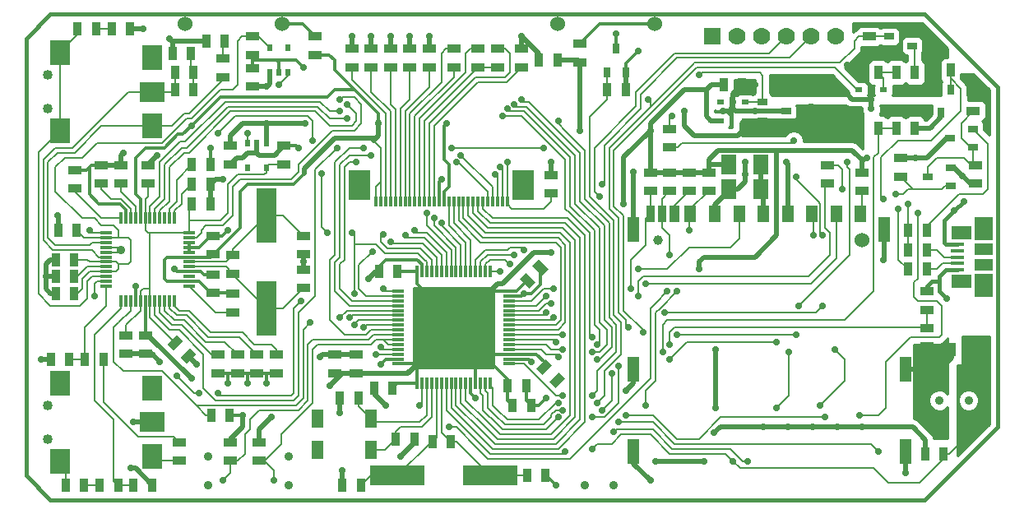
<source format=gtl>
G04 (created by PCBNEW-RS274X (2012-05-21 BZR 3261)-stable) date Wed 26 Sep 2012 20:51:20 BST*
G01*
G70*
G90*
%MOIN*%
G04 Gerber Fmt 3.4, Leading zero omitted, Abs format*
%FSLAX34Y34*%
G04 APERTURE LIST*
%ADD10C,0.006000*%
%ADD11C,0.015000*%
%ADD12R,0.030000X0.020000*%
%ADD13R,0.020000X0.030000*%
%ADD14R,0.028000X0.039000*%
%ADD15R,0.039000X0.028000*%
%ADD16R,0.060000X0.080000*%
%ADD17R,0.035000X0.055000*%
%ADD18R,0.055000X0.035000*%
%ADD19R,0.054300X0.017700*%
%ADD20R,0.074800X0.046300*%
%ADD21R,0.074800X0.093500*%
%ADD22R,0.082700X0.058100*%
%ADD23R,0.011800X0.047000*%
%ADD24R,0.047000X0.011800*%
%ADD25C,0.070000*%
%ADD26R,0.070000X0.070000*%
%ADD27R,0.080700X0.218500*%
%ADD28R,0.218500X0.080700*%
%ADD29C,0.060000*%
%ADD30R,0.011800X0.043300*%
%ADD31R,0.090600X0.122000*%
%ADD32R,0.078700X0.100400*%
%ADD33R,0.100400X0.078700*%
%ADD34C,0.040000*%
%ADD35C,0.035400*%
%ADD36R,0.051200X0.074800*%
%ADD37R,0.045000X0.070000*%
%ADD38R,0.040000X0.070000*%
%ADD39R,0.035000X0.070000*%
%ADD40C,0.039400*%
%ADD41R,0.050000X0.100000*%
%ADD42R,0.055100X0.059100*%
%ADD43C,0.027600*%
%ADD44C,0.035000*%
%ADD45C,0.008000*%
%ADD46C,0.019700*%
%ADD47C,0.011800*%
%ADD48C,0.015700*%
%ADD49C,0.010000*%
G04 APERTURE END LIST*
G54D10*
G54D11*
X39369Y16733D02*
X39370Y16733D01*
X36417Y19685D02*
X39369Y16733D01*
X00984Y19685D02*
X00000Y18701D01*
X36417Y19685D02*
X00984Y19685D01*
X36417Y00000D02*
X39370Y02953D01*
X00000Y00984D02*
X00000Y00985D01*
X00984Y00000D02*
X00000Y00984D01*
X36417Y00000D02*
X00984Y00000D01*
X00000Y18701D02*
X00000Y00985D01*
X39370Y16733D02*
X39370Y02953D01*
G54D12*
X33752Y16616D03*
X33752Y15866D03*
X34752Y16616D03*
X33752Y16241D03*
X34752Y15866D03*
G54D13*
X09861Y17315D03*
X10611Y17315D03*
X09861Y18315D03*
X10236Y17315D03*
X10611Y18315D03*
X09725Y14477D03*
X08975Y14477D03*
X09725Y13477D03*
X09350Y14477D03*
X08975Y13477D03*
G54D12*
X29142Y15373D03*
X29142Y16123D03*
X28142Y15373D03*
X29142Y15748D03*
X28142Y16123D03*
G54D14*
X23917Y18287D03*
X23543Y17343D03*
X24291Y17343D03*
G54D15*
X37422Y14666D03*
X38366Y14292D03*
X38366Y15040D03*
X36536Y13091D03*
X37480Y12717D03*
X37480Y13465D03*
G54D16*
X28484Y13583D03*
X29784Y13583D03*
X29784Y12599D03*
X28484Y12599D03*
G54D17*
X07462Y13583D03*
X06712Y13583D03*
X36497Y10138D03*
X35747Y10138D03*
G54D18*
X27658Y12519D03*
X27658Y13269D03*
X26870Y12519D03*
X26870Y13269D03*
G54D17*
X02381Y05709D03*
X03131Y05709D03*
G54D18*
X36516Y06220D03*
X36516Y06970D03*
X36516Y07696D03*
X36516Y08446D03*
X33858Y12519D03*
X33858Y13269D03*
G54D17*
X36497Y09351D03*
X35747Y09351D03*
X03722Y00591D03*
X02972Y00591D03*
X36497Y10926D03*
X35747Y10926D03*
G54D18*
X38484Y13564D03*
X38484Y12814D03*
X38386Y16517D03*
X38386Y15767D03*
X35433Y13860D03*
X35433Y13110D03*
X08366Y09173D03*
X08366Y09923D03*
X26083Y15041D03*
X26083Y14291D03*
X08366Y08348D03*
X08366Y07598D03*
G54D17*
X06712Y12796D03*
X07462Y12796D03*
G54D18*
X01969Y12618D03*
X01969Y13368D03*
X08563Y05887D03*
X08563Y05137D03*
X07776Y05887D03*
X07776Y05137D03*
G54D17*
X16456Y02363D03*
X17206Y02363D03*
X01200Y08367D03*
X01950Y08367D03*
G54D18*
X11221Y10710D03*
X11221Y09960D03*
G54D17*
X02344Y00591D03*
X01594Y00591D03*
G54D18*
X06201Y02344D03*
X06201Y01594D03*
G54D17*
X05099Y00591D03*
X04349Y00591D03*
G54D18*
X11713Y18781D03*
X11713Y18031D03*
X22441Y18486D03*
X22441Y17736D03*
X11221Y08582D03*
X11221Y09332D03*
G54D17*
X36436Y01870D03*
X37186Y01870D03*
G54D18*
X25295Y13269D03*
X25295Y12519D03*
X26083Y13269D03*
X26083Y12519D03*
G54D17*
X34529Y17323D03*
X33779Y17323D03*
X35255Y17323D03*
X36005Y17323D03*
G54D18*
X08268Y01594D03*
X08268Y02344D03*
G54D17*
X37455Y17413D03*
X36705Y17413D03*
G54D18*
X09449Y01594D03*
X09449Y02344D03*
G54D17*
X02086Y19095D03*
X02836Y19095D03*
G54D18*
X07973Y17145D03*
X07973Y17895D03*
G54D17*
X06023Y17323D03*
X06773Y17323D03*
X35255Y15059D03*
X36005Y15059D03*
X33779Y15059D03*
X34529Y15059D03*
X15729Y02461D03*
X14979Y02461D03*
G54D18*
X16339Y17539D03*
X16339Y18289D03*
X15551Y17539D03*
X15551Y18289D03*
X14764Y17539D03*
X14764Y18289D03*
X13976Y17539D03*
X13976Y18289D03*
X13189Y17539D03*
X13189Y18289D03*
G54D17*
X28267Y16831D03*
X29017Y16831D03*
X12814Y00591D03*
X13564Y00591D03*
X21044Y00985D03*
X20294Y00985D03*
X38269Y06103D03*
X37519Y06103D03*
X12716Y04134D03*
X13466Y04134D03*
G54D18*
X17323Y18289D03*
X17323Y17539D03*
X32874Y15866D03*
X32874Y16616D03*
G54D17*
X03464Y19095D03*
X04214Y19095D03*
X08052Y18603D03*
X07302Y18603D03*
G54D18*
X35532Y15866D03*
X35532Y16616D03*
G54D17*
X06674Y18111D03*
X05924Y18111D03*
G54D18*
X04921Y13564D03*
X04921Y12814D03*
G54D17*
X07462Y12008D03*
X06712Y12008D03*
G54D10*
G36*
X06882Y05909D02*
X06493Y05520D01*
X06246Y05767D01*
X06635Y06156D01*
X06882Y05909D01*
X06882Y05909D01*
G37*
G36*
X06352Y06439D02*
X05963Y06050D01*
X05716Y06297D01*
X06105Y06686D01*
X06352Y06439D01*
X06352Y06439D01*
G37*
G54D18*
X04036Y05925D03*
X04036Y06675D03*
X07579Y10710D03*
X07579Y09960D03*
X07579Y09135D03*
X07579Y08385D03*
X04823Y05925D03*
X04823Y06675D03*
X03051Y12814D03*
X03051Y13564D03*
X03839Y12814D03*
X03839Y13564D03*
X32480Y13564D03*
X32480Y12814D03*
G54D17*
X07499Y03445D03*
X08249Y03445D03*
X01003Y05709D03*
X01753Y05709D03*
X01950Y09056D03*
X01200Y09056D03*
X01298Y10926D03*
X02048Y10926D03*
X01200Y09744D03*
X01950Y09744D03*
G54D18*
X10433Y13602D03*
X10433Y14352D03*
X09154Y18781D03*
X09154Y18031D03*
X08268Y14352D03*
X08268Y13602D03*
X09154Y16751D03*
X09154Y17501D03*
G54D17*
X21536Y17815D03*
X20786Y17815D03*
G54D18*
X20079Y17539D03*
X20079Y18289D03*
X19095Y18289D03*
X19095Y17539D03*
X18307Y18289D03*
X18307Y17539D03*
G54D19*
X37752Y10355D03*
X37752Y09587D03*
X37752Y10099D03*
X37752Y09843D03*
G54D20*
X38799Y09513D03*
G54D21*
X38799Y10990D03*
X38799Y08696D03*
G54D20*
X38799Y10173D03*
G54D19*
X37752Y09331D03*
G54D22*
X37894Y08873D03*
X37894Y10813D03*
G54D23*
X15846Y04725D03*
X16042Y04725D03*
X16239Y04725D03*
X16436Y04725D03*
X16633Y04725D03*
X16830Y04725D03*
X17027Y04725D03*
X17224Y04725D03*
X17420Y04725D03*
X17617Y04725D03*
X17814Y04725D03*
X18011Y04725D03*
X18208Y04725D03*
X18405Y04725D03*
X18602Y04725D03*
X18798Y04725D03*
X18798Y09253D03*
X18602Y09253D03*
X18405Y09253D03*
X18208Y09253D03*
X18011Y09253D03*
X17814Y09253D03*
X17617Y09253D03*
X17420Y09253D03*
X17224Y09253D03*
X17027Y09253D03*
X16830Y09253D03*
X16633Y09253D03*
X16436Y09253D03*
X16239Y09253D03*
X16042Y09253D03*
X15846Y09253D03*
G54D24*
X19586Y05513D03*
X19586Y05709D03*
X19586Y05906D03*
X19586Y06103D03*
X19586Y06300D03*
X19586Y06497D03*
X19586Y06694D03*
X19586Y06891D03*
X19586Y07087D03*
X19586Y07284D03*
X19586Y07481D03*
X19586Y07678D03*
X19586Y07875D03*
X19586Y08072D03*
X19586Y08269D03*
X19586Y08465D03*
X15058Y08465D03*
X15058Y08269D03*
X15058Y08072D03*
X15058Y07875D03*
X15058Y07678D03*
X15058Y07481D03*
X15058Y07284D03*
X15058Y07087D03*
X15058Y06891D03*
X15058Y06694D03*
X15058Y06497D03*
X15058Y06300D03*
X15058Y06103D03*
X15058Y05906D03*
X15058Y05709D03*
X15058Y05513D03*
G54D23*
X03838Y08072D03*
X04035Y08072D03*
X04232Y08072D03*
X04429Y08072D03*
X04626Y08072D03*
X04823Y08072D03*
X05019Y08072D03*
X05216Y08072D03*
X05413Y08072D03*
X05610Y08072D03*
X05807Y08072D03*
X06004Y08072D03*
X06004Y11418D03*
X05807Y11418D03*
X05610Y11418D03*
X05413Y11418D03*
X05216Y11418D03*
X05019Y11418D03*
X04823Y11418D03*
X04626Y11418D03*
X04429Y11418D03*
X04232Y11418D03*
X04035Y11418D03*
X03838Y11418D03*
G54D24*
X06594Y08662D03*
X06594Y08859D03*
X06594Y09056D03*
X06594Y09253D03*
X06594Y09450D03*
X06594Y09647D03*
X06594Y09843D03*
X06594Y10040D03*
X06594Y10237D03*
X06594Y10434D03*
X06594Y10631D03*
X06594Y10828D03*
X03248Y10828D03*
X03248Y10631D03*
X03248Y10434D03*
X03248Y10237D03*
X03248Y10040D03*
X03248Y09843D03*
X03248Y09647D03*
X03248Y09450D03*
X03248Y09253D03*
X03248Y09056D03*
X03248Y08859D03*
X03248Y08662D03*
G54D25*
X31791Y15741D03*
X31791Y16741D03*
G54D26*
X27815Y18800D03*
G54D25*
X28815Y18800D03*
X29815Y18800D03*
X30815Y18800D03*
X31815Y18800D03*
X32815Y18800D03*
G54D27*
X09744Y07766D03*
X09744Y11526D03*
G54D28*
X18809Y00985D03*
X15049Y00985D03*
G54D29*
X21524Y19292D03*
X25461Y19292D03*
X10366Y19292D03*
X06429Y19292D03*
G54D30*
X16734Y12107D03*
X16930Y12107D03*
X17324Y12107D03*
X17521Y12107D03*
X17718Y12107D03*
X17915Y12107D03*
X18112Y12107D03*
X18309Y12107D03*
X18505Y12107D03*
X18702Y12107D03*
X18899Y12107D03*
X19096Y12107D03*
X19293Y12107D03*
X19490Y12107D03*
X16537Y12107D03*
X14174Y12107D03*
X14371Y12107D03*
X14568Y12107D03*
X14765Y12107D03*
X14962Y12107D03*
X15159Y12107D03*
X15355Y12107D03*
X15552Y12107D03*
X15749Y12107D03*
X15946Y12107D03*
X16143Y12107D03*
X17127Y12107D03*
X16340Y12107D03*
G54D31*
X20147Y12776D03*
X13517Y12776D03*
G54D17*
X20454Y03839D03*
X19704Y03839D03*
G54D10*
G36*
X20765Y09737D02*
X21154Y09348D01*
X20907Y09101D01*
X20518Y09490D01*
X20765Y09737D01*
X20765Y09737D01*
G37*
G36*
X20235Y09207D02*
X20624Y08818D01*
X20377Y08571D01*
X19988Y08960D01*
X20235Y09207D01*
X20235Y09207D01*
G37*
G54D17*
X14290Y09252D03*
X15040Y09252D03*
G54D18*
X13386Y05887D03*
X13386Y05137D03*
G54D10*
G36*
X21843Y04925D02*
X21454Y04536D01*
X21207Y04783D01*
X21596Y05172D01*
X21843Y04925D01*
X21843Y04925D01*
G37*
G36*
X21313Y05455D02*
X20924Y05066D01*
X20677Y05313D01*
X21066Y05702D01*
X21313Y05455D01*
X21313Y05455D01*
G37*
G54D17*
X14094Y04528D03*
X14844Y04528D03*
G54D15*
X30787Y15748D03*
X29843Y16122D03*
X29843Y15374D03*
X35905Y18406D03*
X34961Y18780D03*
X34961Y18032D03*
G54D18*
X09350Y05887D03*
X09350Y05137D03*
X10138Y05887D03*
X10138Y05137D03*
X34154Y18781D03*
X34154Y18031D03*
G54D32*
X01358Y01565D03*
X01358Y04735D03*
G54D33*
X05098Y03150D03*
G54D32*
X05098Y04538D03*
X05098Y01762D03*
G54D34*
X00886Y03839D03*
X00886Y02461D03*
G54D32*
X01358Y14951D03*
X01358Y18121D03*
G54D33*
X05098Y16536D03*
G54D32*
X05098Y17924D03*
X05098Y15148D03*
G54D34*
X00886Y17225D03*
X00886Y15847D03*
G54D35*
X22637Y00591D03*
X23819Y00591D03*
G54D14*
X37080Y15691D03*
X37454Y16635D03*
X36706Y16635D03*
G54D17*
X06023Y16634D03*
X06773Y16634D03*
X23542Y16634D03*
X24292Y16634D03*
G54D18*
X21260Y12421D03*
X21260Y13171D03*
G54D36*
X13977Y03288D03*
X13977Y02028D03*
X11811Y02028D03*
X11811Y03288D03*
G54D37*
X33809Y11595D03*
X32825Y11595D03*
X31840Y11595D03*
X30856Y11595D03*
X29872Y11595D03*
X28888Y11595D03*
X27903Y11595D03*
X26919Y11595D03*
G54D38*
X26279Y11595D03*
G54D39*
X25768Y11595D03*
X25295Y11595D03*
G54D40*
X25589Y10532D03*
G54D29*
X33858Y10532D03*
G54D41*
X24606Y01977D03*
X24606Y10977D03*
X35630Y01977D03*
X34764Y10977D03*
X24606Y05284D03*
X35630Y05284D03*
G54D17*
X19507Y04626D03*
X20257Y04626D03*
G54D18*
X12500Y05137D03*
X12500Y05887D03*
G54D42*
X36930Y05178D03*
X38268Y05178D03*
X36930Y02894D03*
X38268Y02894D03*
G54D35*
X37008Y04036D03*
X38190Y04036D03*
X10630Y01773D03*
X10630Y00591D03*
X07382Y01773D03*
X07382Y00591D03*
G54D43*
X21260Y10040D03*
X24213Y12008D03*
X25492Y01575D03*
X17028Y15256D03*
X27880Y02713D03*
X06693Y04922D03*
X12303Y04626D03*
X36024Y13878D03*
X14272Y15256D03*
X29880Y02963D03*
X25295Y14961D03*
X27461Y01575D03*
X27953Y06103D03*
X31880Y02963D03*
X27264Y09351D03*
X27953Y03741D03*
X06693Y15158D03*
X07480Y14272D03*
X30880Y02963D03*
X33880Y02963D03*
X34055Y13878D03*
X22441Y14961D03*
X32880Y02963D03*
X25197Y16241D03*
X21358Y07382D03*
X24410Y06989D03*
X26181Y15552D03*
X25000Y06792D03*
X14370Y06201D03*
X15354Y10729D03*
X23228Y12304D03*
X23327Y12796D03*
X15748Y10926D03*
X24803Y08268D03*
X21063Y08268D03*
X26378Y08465D03*
X13091Y07382D03*
X25099Y03839D03*
X23917Y18898D03*
X22933Y03347D03*
X21555Y03347D03*
X24016Y05414D03*
X26083Y05709D03*
X30413Y06398D03*
X17224Y14272D03*
X34744Y12205D03*
X13681Y14272D03*
X20965Y14272D03*
X21850Y01969D03*
X22933Y02067D03*
X28642Y01575D03*
X23130Y03937D03*
X21555Y03937D03*
X16536Y11418D03*
X19193Y13485D03*
X16240Y11615D03*
X18996Y13189D03*
X13386Y13682D03*
X17421Y13682D03*
X19488Y13682D03*
X16831Y11221D03*
X13976Y13977D03*
X17618Y13977D03*
X15945Y03839D03*
X26083Y09941D03*
X25984Y08465D03*
X17126Y02953D03*
X19193Y09252D03*
X25099Y08760D03*
X26870Y10926D03*
X19784Y09941D03*
X31890Y10729D03*
X20177Y10138D03*
X24803Y09351D03*
X19587Y09548D03*
X21358Y08563D03*
X24508Y08563D03*
X35335Y11811D03*
X14780Y10463D03*
X14480Y10763D03*
X35728Y12008D03*
X14173Y05906D03*
X26083Y06300D03*
X11319Y15256D03*
X09744Y16751D03*
X09744Y15256D03*
X29528Y14961D03*
X26673Y15748D03*
X23721Y05119D03*
X25787Y06004D03*
X23327Y03642D03*
X21752Y03642D03*
X10039Y00788D03*
X07973Y00788D03*
X20079Y16241D03*
X21555Y05807D03*
X12697Y16241D03*
X23130Y05709D03*
X22933Y04233D03*
X21752Y04233D03*
X21555Y15355D03*
X12599Y14272D03*
X21457Y06398D03*
X23130Y06300D03*
X12697Y15748D03*
X19488Y15847D03*
X19291Y15552D03*
X12992Y15453D03*
X21752Y06693D03*
X22933Y06595D03*
X11516Y07185D03*
X12697Y07382D03*
X21752Y06103D03*
X12992Y16044D03*
X22933Y06004D03*
X19784Y16044D03*
X36180Y15863D03*
X37303Y08170D03*
X38189Y17126D03*
X09941Y03347D03*
X18209Y04134D03*
X14567Y03839D03*
X08169Y04725D03*
X11221Y09646D03*
X36122Y16634D03*
X29528Y16831D03*
X36319Y03347D03*
X21260Y13682D03*
X16339Y18800D03*
X36713Y18111D03*
X24311Y04430D03*
X08957Y04725D03*
X06890Y05512D03*
X28642Y16142D03*
X14764Y18800D03*
X28248Y15748D03*
X13878Y08957D03*
X11910Y05807D03*
X13189Y18800D03*
X37992Y12107D03*
X05315Y13977D03*
X20079Y18800D03*
X08760Y03445D03*
X25295Y00788D03*
X36930Y05806D03*
X14370Y05512D03*
X13976Y18800D03*
X12697Y03544D03*
X29134Y13189D03*
X11221Y17520D03*
X21457Y00591D03*
X21525Y04854D03*
X21063Y04134D03*
X20473Y05611D03*
X30807Y13682D03*
X24606Y13288D03*
X34744Y09744D03*
X29134Y13682D03*
X20177Y08367D03*
X15551Y18800D03*
X03937Y14075D03*
X08169Y10926D03*
X37943Y13140D03*
X34252Y16241D03*
X34252Y16634D03*
X33268Y17619D03*
X16831Y12993D03*
X35630Y01083D03*
X04429Y08662D03*
X24803Y18209D03*
X09744Y04725D03*
X12795Y01182D03*
X29528Y15748D03*
X06004Y09351D03*
X11024Y14272D03*
X07973Y12993D03*
X34252Y15847D03*
X15158Y01772D03*
X05413Y05611D03*
X37599Y11713D03*
X01280Y11516D03*
X05807Y18701D03*
X04724Y19095D03*
X02559Y10926D03*
X04232Y01280D03*
X04331Y03150D03*
X02756Y08268D03*
X00787Y09056D03*
G54D44*
X03838Y10138D03*
G54D43*
X00591Y05709D03*
X10236Y16831D03*
X08957Y14863D03*
X27264Y17225D03*
X21063Y07579D03*
X25886Y07579D03*
X32284Y07874D03*
X32284Y10729D03*
X31102Y14567D03*
X31201Y13091D03*
X13189Y10827D03*
X11969Y13229D03*
X07776Y14863D03*
X12205Y10827D03*
X11614Y14567D03*
X32382Y03347D03*
X24311Y03445D03*
X13287Y08367D03*
X33268Y13682D03*
X30906Y06004D03*
X31299Y07874D03*
X30413Y03741D03*
X23819Y02756D03*
X29232Y01575D03*
X13287Y07087D03*
X13681Y06989D03*
X34547Y01969D03*
X24016Y03150D03*
X35236Y12402D03*
X33071Y12599D03*
X14469Y08563D03*
X31201Y06693D03*
X26378Y06693D03*
X32185Y03839D03*
X32776Y06103D03*
X36122Y11615D03*
X14030Y10063D03*
X33760Y03445D03*
X11122Y08071D03*
X07776Y04331D03*
X21260Y07973D03*
X06988Y04331D03*
X06102Y05020D03*
G54D45*
X04823Y10927D02*
X04823Y11418D01*
X08169Y12795D02*
X08169Y11614D01*
X09646Y13190D02*
X08564Y13190D01*
X09725Y13477D02*
X09725Y13269D01*
X05019Y10828D02*
X04922Y10828D01*
X04724Y08563D02*
X05019Y08563D01*
X05019Y07383D02*
X06034Y06368D01*
X08169Y11614D02*
X07874Y11319D01*
X04922Y10828D02*
X04823Y10927D01*
X04823Y12206D02*
X04921Y12304D01*
X07874Y11319D02*
X06594Y11319D01*
X05019Y08072D02*
X05019Y07383D01*
X09850Y13602D02*
X09725Y13477D01*
X04626Y07677D02*
X04036Y07087D01*
X04823Y11418D02*
X04823Y12206D01*
X08564Y13190D02*
X08169Y12795D01*
X04036Y07087D02*
X04036Y06675D01*
X04626Y08072D02*
X04626Y08465D01*
X06594Y10828D02*
X05019Y10828D01*
X04921Y12304D02*
X04921Y12814D01*
X10433Y13602D02*
X09850Y13602D01*
X05019Y08563D02*
X05019Y10828D01*
X04626Y08465D02*
X04724Y08563D01*
X04626Y08072D02*
X04626Y07677D01*
X09725Y13269D02*
X09646Y13190D01*
X06594Y11890D02*
X06712Y12008D01*
X06594Y10828D02*
X06594Y11319D01*
X06594Y11319D02*
X06594Y11890D01*
X05019Y08072D02*
X05019Y08563D01*
X01950Y09744D02*
X02461Y09744D01*
X03740Y09351D02*
X03740Y09548D01*
X01181Y13484D02*
X01181Y12500D01*
X03739Y09548D02*
X03640Y09647D01*
X03543Y11122D02*
X03052Y11122D01*
X05512Y14469D02*
X06496Y15453D01*
X05512Y14469D02*
X02854Y14469D01*
X03740Y10925D02*
X03543Y11122D01*
X03248Y09253D02*
X02560Y09253D01*
X03740Y10630D02*
X04133Y10630D01*
X02343Y10631D02*
X02048Y10926D01*
X09395Y18781D02*
X09861Y18315D01*
X03248Y10631D02*
X02343Y10631D01*
X08366Y16634D02*
X07874Y16634D01*
X03740Y09548D02*
X03739Y09548D01*
X03640Y10631D02*
X03248Y10631D01*
X02558Y09647D02*
X03248Y09647D01*
X03641Y10630D02*
X03740Y10630D01*
X03640Y09647D02*
X03248Y09647D01*
X04231Y09647D02*
X04132Y09548D01*
X03642Y09253D02*
X03740Y09351D01*
X08741Y18781D02*
X08563Y18603D01*
X02263Y13878D02*
X02854Y14469D01*
X06496Y15453D02*
X06693Y15453D01*
X02263Y11418D02*
X02756Y11418D01*
X09154Y18781D02*
X09395Y18781D01*
X02067Y08367D02*
X01950Y08367D01*
X08563Y18603D02*
X08563Y16831D01*
X04133Y10630D02*
X04231Y10532D01*
X09154Y18781D02*
X08741Y18781D01*
X01575Y13878D02*
X01181Y13484D01*
X01181Y12500D02*
X02263Y11418D01*
X06693Y15453D02*
X07874Y16634D01*
X03248Y09253D02*
X03642Y09253D01*
X04231Y10532D02*
X04231Y09647D01*
X02560Y09253D02*
X02264Y08957D01*
X02461Y09744D02*
X02558Y09647D01*
X01575Y13878D02*
X02263Y13878D01*
X02264Y08957D02*
X02264Y08564D01*
X02756Y11418D02*
X03052Y11122D01*
X03740Y10925D02*
X03740Y10630D01*
X08563Y16831D02*
X08366Y16634D01*
X02264Y08564D02*
X02067Y08367D01*
X03641Y10630D02*
X03640Y10631D01*
X04132Y09548D02*
X03740Y09548D01*
G54D46*
X24213Y13879D02*
X25295Y14961D01*
X21260Y10040D02*
X20571Y10040D01*
X18798Y08465D02*
X18800Y08465D01*
X18800Y08465D02*
X19095Y08760D01*
X20571Y10040D02*
X19291Y08760D01*
X12877Y05137D02*
X12895Y05119D01*
X36024Y13860D02*
X35433Y13860D01*
X24213Y13879D02*
X24213Y12008D01*
X26083Y13269D02*
X25295Y13269D01*
X19095Y08760D02*
X19291Y08760D01*
G54D47*
X07579Y08385D02*
X08329Y08385D01*
G54D46*
X12814Y05137D02*
X12303Y04626D01*
X13386Y05137D02*
X15471Y05137D01*
X26673Y16634D02*
X27559Y16634D01*
X25295Y15256D02*
X26673Y16634D01*
X25295Y14961D02*
X25295Y15256D01*
X04823Y06675D02*
X04940Y06675D01*
G54D47*
X08661Y11023D02*
X08661Y12500D01*
X15847Y05512D02*
X18208Y05512D01*
G54D46*
X27559Y15552D02*
X27559Y16634D01*
G54D45*
X14371Y14271D02*
X14075Y14567D01*
G54D47*
X12205Y16339D02*
X12500Y16634D01*
X04429Y13878D02*
X04823Y14272D01*
G54D46*
X31880Y02963D02*
X32880Y02963D01*
G54D47*
X05708Y08859D02*
X05610Y08957D01*
G54D46*
X12877Y05137D02*
X12814Y05137D01*
X15471Y05137D02*
X15846Y05512D01*
X27953Y14075D02*
X27953Y14076D01*
X22362Y17815D02*
X22441Y17736D01*
G54D47*
X07462Y09843D02*
X07579Y09960D01*
G54D46*
X35226Y02963D02*
X35620Y02963D01*
G54D47*
X11713Y18031D02*
X12284Y18031D01*
X12500Y16634D02*
X13288Y16634D01*
X06594Y09843D02*
X07462Y09843D01*
G54D46*
X35620Y02963D02*
X35630Y02953D01*
X36498Y13860D02*
X36024Y13860D01*
G54D47*
X16929Y14764D02*
X16929Y15157D01*
X18553Y05661D02*
X18651Y05759D01*
X18651Y05759D02*
X18798Y05906D01*
G54D46*
X36436Y01870D02*
X36436Y02442D01*
X15453Y05119D02*
X14224Y05119D01*
X14174Y14666D02*
X14272Y14764D01*
X25295Y13269D02*
X25295Y14961D01*
G54D47*
X06349Y14814D02*
X06693Y15158D01*
X12500Y17422D02*
X12500Y17815D01*
G54D46*
X36436Y02442D02*
X35925Y02953D01*
G54D47*
X16929Y15157D02*
X17028Y15256D01*
X18798Y05906D02*
X18798Y08465D01*
G54D46*
X04940Y06675D02*
X06693Y04922D01*
X12500Y05137D02*
X12877Y05137D01*
X27953Y14076D02*
X28051Y14174D01*
G54D47*
X12500Y17422D02*
X13288Y16634D01*
X15845Y05513D02*
X15058Y05513D01*
X18404Y05512D02*
X18553Y05661D01*
X18208Y04725D02*
X18208Y05512D01*
G54D46*
X27953Y05414D02*
X27953Y03741D01*
X11270Y13436D02*
X12500Y14666D01*
G54D45*
X14174Y12698D02*
X14174Y12107D01*
G54D47*
X18798Y05906D02*
X19586Y05906D01*
X18798Y08465D02*
X16141Y08465D01*
G54D46*
X35226Y02963D02*
X33880Y02963D01*
G54D45*
X14371Y12894D02*
X14370Y12894D01*
G54D46*
X27658Y13583D02*
X27658Y13781D01*
X37422Y14666D02*
X37304Y14666D01*
G54D47*
X04823Y08072D02*
X04823Y06675D01*
G54D46*
X30880Y02963D02*
X31880Y02963D01*
X33858Y13780D02*
X33957Y13780D01*
G54D47*
X05610Y08957D02*
X05610Y09744D01*
X07480Y14272D02*
X07462Y14254D01*
G54D45*
X14371Y12894D02*
X14371Y14271D01*
G54D46*
X32880Y02963D02*
X33880Y02963D01*
X11270Y13239D02*
X11270Y13436D01*
X30413Y14174D02*
X33464Y14174D01*
G54D47*
X07579Y09960D02*
X07598Y09960D01*
X15846Y09253D02*
X15041Y09253D01*
G54D45*
X14371Y12107D02*
X14371Y12894D01*
G54D46*
X27658Y13269D02*
X27658Y13583D01*
G54D47*
X10827Y12796D02*
X11270Y13239D01*
X05610Y09744D02*
X05709Y09843D01*
X15041Y04725D02*
X14844Y04528D01*
G54D46*
X27880Y02713D02*
X28130Y02963D01*
G54D47*
X16930Y12107D02*
X16930Y12501D01*
G54D46*
X35925Y02953D02*
X35630Y02953D01*
G54D47*
X06594Y08859D02*
X06988Y08859D01*
G54D46*
X28051Y14174D02*
X30413Y14174D01*
G54D47*
X05709Y09843D02*
X06594Y09843D01*
G54D46*
X14272Y15256D02*
X14272Y15355D01*
G54D47*
X06152Y14814D02*
X06349Y14814D01*
G54D46*
X15846Y05512D02*
X15453Y05119D01*
X15847Y05512D02*
X15846Y05512D01*
G54D47*
X17126Y13584D02*
X16930Y13780D01*
G54D46*
X37304Y14666D02*
X36498Y13860D01*
G54D47*
X12500Y17815D02*
X12284Y18031D01*
G54D46*
X14272Y14764D02*
X14075Y14567D01*
G54D47*
X04626Y12205D02*
X04429Y12402D01*
X15846Y04725D02*
X15846Y05512D01*
X07462Y08385D02*
X07579Y08385D01*
G54D46*
X25492Y01575D02*
X27461Y01575D01*
X22441Y17736D02*
X22441Y14961D01*
G54D47*
X07874Y16339D02*
X12205Y16339D01*
X18553Y05660D02*
X18553Y05661D01*
X19882Y08465D02*
X20306Y08889D01*
G54D46*
X33464Y14174D02*
X33563Y14075D01*
G54D47*
X15846Y05512D02*
X15845Y05513D01*
X04626Y11418D02*
X04626Y12205D01*
X17126Y12697D02*
X17126Y13584D01*
G54D46*
X27264Y09646D02*
X27264Y09351D01*
X30413Y13780D02*
X30413Y14174D01*
X14224Y05119D02*
X12895Y05119D01*
X27953Y05414D02*
X27953Y06103D01*
G54D47*
X15041Y09253D02*
X15040Y09252D01*
G54D46*
X30413Y10728D02*
X29528Y09843D01*
X30413Y10926D02*
X30413Y13780D01*
X30413Y10926D02*
X30413Y10728D01*
X29528Y09843D02*
X27461Y09843D01*
X27461Y09843D02*
X27264Y09646D01*
X27658Y13781D02*
X27952Y14075D01*
G54D47*
X16930Y13780D02*
X16930Y14763D01*
X19507Y04626D02*
X19507Y04036D01*
X19507Y04036D02*
X19704Y03839D01*
X19507Y04626D02*
X19507Y04903D01*
X19507Y04903D02*
X18651Y05759D01*
X19586Y05906D02*
X20670Y05906D01*
X20995Y05581D02*
X20995Y05384D01*
X20670Y05906D02*
X20995Y05581D01*
G54D46*
X33858Y13780D02*
X33858Y13269D01*
X28484Y13583D02*
X27658Y13583D01*
G54D47*
X07462Y14254D02*
X07462Y13583D01*
X04823Y14272D02*
X05610Y14272D01*
X08329Y08385D02*
X08366Y08348D01*
G54D46*
X27756Y16831D02*
X28267Y16831D01*
G54D47*
X07598Y09960D02*
X08661Y11023D01*
X06693Y15158D02*
X07874Y16339D01*
X14272Y15355D02*
X14272Y15650D01*
G54D46*
X26870Y13269D02*
X27658Y13269D01*
G54D47*
X06988Y08859D02*
X07462Y08385D01*
G54D46*
X36024Y13878D02*
X36024Y13860D01*
X28142Y15373D02*
X27738Y15373D01*
G54D47*
X18798Y08465D02*
X19586Y08465D01*
X04429Y12402D02*
X04429Y13878D01*
G54D46*
X26870Y13269D02*
X26083Y13269D01*
G54D47*
X15846Y08760D02*
X15846Y09253D01*
G54D46*
X33957Y13780D02*
X34055Y13878D01*
X21536Y17815D02*
X22362Y17815D01*
X12500Y14666D02*
X14174Y14666D01*
G54D47*
X19586Y08465D02*
X19882Y08465D01*
X08957Y12796D02*
X10827Y12796D01*
X13288Y16634D02*
X14272Y15650D01*
G54D45*
X14370Y12894D02*
X14174Y12698D01*
G54D47*
X15846Y04725D02*
X15041Y04725D01*
G54D46*
X27952Y14075D02*
X27953Y14075D01*
X33563Y14075D02*
X33858Y13780D01*
G54D47*
X16930Y12501D02*
X17126Y12697D01*
G54D46*
X27559Y16634D02*
X27756Y16831D01*
G54D47*
X16141Y08465D02*
X15846Y08760D01*
X08661Y12500D02*
X08957Y12796D01*
X06594Y08859D02*
X05708Y08859D01*
X05610Y14272D02*
X06152Y14814D01*
X18208Y05512D02*
X18404Y05512D01*
G54D46*
X27738Y15373D02*
X27559Y15552D01*
X14272Y14764D02*
X14272Y15256D01*
X29880Y02963D02*
X30880Y02963D01*
X29880Y02963D02*
X28130Y02963D01*
G54D47*
X16930Y14763D02*
X16929Y14764D01*
X25461Y19292D02*
X23247Y19292D01*
X23247Y19292D02*
X22441Y18486D01*
X11202Y19292D02*
X11713Y18781D01*
X10366Y19292D02*
X11202Y19292D01*
G54D45*
X25197Y16241D02*
X25295Y16143D01*
X24016Y11418D02*
X23623Y11811D01*
X32973Y17717D02*
X33563Y18307D01*
X25295Y16143D02*
X25295Y15945D01*
X34155Y18780D02*
X34154Y18781D01*
X24016Y07579D02*
X24016Y11418D01*
X19586Y07284D02*
X21260Y07284D01*
X21260Y07284D02*
X21358Y07382D01*
X24311Y07088D02*
X24311Y07284D01*
X26083Y15454D02*
X26181Y15552D01*
X27027Y17677D02*
X27067Y17717D01*
X33741Y18781D02*
X34154Y18781D01*
X23623Y14273D02*
X25295Y15945D01*
X23623Y11811D02*
X23623Y14273D01*
X24311Y07284D02*
X24016Y07579D01*
X33563Y18307D02*
X33563Y18603D01*
X34961Y18780D02*
X34155Y18780D01*
X24410Y06989D02*
X24311Y07088D01*
X33563Y18603D02*
X33741Y18781D01*
X26083Y15041D02*
X26083Y15454D01*
X25295Y15945D02*
X27027Y17677D01*
X27067Y17717D02*
X32973Y17717D01*
X23819Y11910D02*
X23819Y14174D01*
X27165Y17520D02*
X32776Y17520D01*
X33680Y16616D02*
X32776Y17520D01*
X33752Y16616D02*
X33680Y16616D01*
X25000Y06792D02*
X25000Y06891D01*
X23819Y14174D02*
X27165Y17520D01*
X15058Y06103D02*
X14468Y06103D01*
X24213Y07678D02*
X24213Y07874D01*
X25000Y06891D02*
X24213Y07678D01*
X24213Y11516D02*
X23819Y11910D01*
X24213Y07874D02*
X24213Y11516D01*
X14468Y06103D02*
X14370Y06201D01*
X24705Y15946D02*
X23032Y14273D01*
X23032Y12500D02*
X23032Y14273D01*
X30807Y18800D02*
X30118Y18111D01*
X16142Y10630D02*
X15453Y10630D01*
X26280Y18111D02*
X24705Y16536D01*
X15453Y10630D02*
X15354Y10729D01*
X23228Y12304D02*
X23032Y12500D01*
X16830Y09942D02*
X16142Y10630D01*
X16830Y09253D02*
X16830Y09942D01*
X24705Y16536D02*
X24705Y15946D01*
X30118Y18111D02*
X26280Y18111D01*
X30807Y18800D02*
X30815Y18800D01*
X23425Y14370D02*
X24902Y15847D01*
X17027Y10041D02*
X17027Y09253D01*
X26378Y17914D02*
X30929Y17914D01*
X15847Y10827D02*
X15748Y10926D01*
X23425Y12894D02*
X23425Y14370D01*
X24902Y15847D02*
X24902Y16438D01*
X23327Y12796D02*
X23425Y12894D01*
X31815Y18800D02*
X30929Y17914D01*
X16241Y10827D02*
X15847Y10827D01*
X24902Y16438D02*
X26378Y17914D01*
X17027Y10041D02*
X16241Y10827D01*
X31694Y09056D02*
X31693Y09056D01*
X19586Y07875D02*
X20670Y07875D01*
X25000Y09056D02*
X31694Y09056D01*
X32579Y10827D02*
X32579Y09941D01*
X32382Y12500D02*
X32382Y12716D01*
X31693Y09055D02*
X32382Y09744D01*
X32382Y11024D02*
X32579Y10827D01*
X32579Y09941D02*
X32382Y09744D01*
X32382Y12716D02*
X32480Y12814D01*
X20670Y07875D02*
X21063Y08268D01*
X31693Y09056D02*
X31693Y09055D01*
X24803Y08268D02*
X24803Y08859D01*
X24803Y08859D02*
X25000Y09056D01*
X32382Y11024D02*
X32382Y12500D01*
X25492Y04823D02*
X25492Y07579D01*
X13190Y07481D02*
X13091Y07382D01*
X15058Y07481D02*
X13190Y07481D01*
X25099Y04430D02*
X25099Y04331D01*
X26378Y08465D02*
X25689Y07776D01*
X25492Y07579D02*
X25689Y07776D01*
X25492Y04823D02*
X25099Y04430D01*
X25099Y04331D02*
X25099Y03839D01*
G54D47*
X23917Y18898D02*
X23917Y18287D01*
G54D45*
X21555Y03347D02*
X21063Y02855D01*
X24016Y04725D02*
X24016Y04922D01*
X24016Y04922D02*
X24016Y05414D01*
X24016Y04233D02*
X24016Y03938D01*
X23327Y03347D02*
X22933Y03347D01*
X18405Y04725D02*
X18405Y04331D01*
X24016Y04725D02*
X24016Y04331D01*
X24016Y04331D02*
X24016Y04233D01*
X18701Y03445D02*
X18898Y03248D01*
X18406Y04331D02*
X18504Y04233D01*
X26083Y05709D02*
X26772Y06398D01*
X19291Y02855D02*
X18898Y03248D01*
X18504Y03642D02*
X18701Y03445D01*
X18405Y04331D02*
X18406Y04331D01*
X18504Y04233D02*
X18504Y03642D01*
X21063Y02855D02*
X19291Y02855D01*
X23327Y03347D02*
X23425Y03347D01*
X23425Y03347D02*
X24016Y03938D01*
X26772Y06398D02*
X30413Y06398D01*
G54D46*
X37080Y15691D02*
X37080Y15513D01*
X37080Y15513D02*
X36626Y15059D01*
X36626Y15059D02*
X36005Y15059D01*
G54D45*
X13976Y06891D02*
X15058Y06891D01*
X37455Y17088D02*
X37455Y17413D01*
X12894Y06693D02*
X12303Y07284D01*
X37880Y15763D02*
X37880Y16663D01*
X13976Y06889D02*
X13780Y06693D01*
X34646Y12303D02*
X34646Y13879D01*
X12303Y09744D02*
X12303Y07284D01*
X13976Y06891D02*
X13976Y06889D01*
X37880Y16663D02*
X37455Y17088D01*
X37454Y17087D02*
X37455Y17088D01*
X12500Y09941D02*
X12303Y09744D01*
X12500Y13682D02*
X13090Y14272D01*
X12500Y13682D02*
X12500Y09941D01*
X34744Y12205D02*
X34646Y12303D01*
X13780Y06693D02*
X12894Y06693D01*
X17224Y14272D02*
X20965Y14272D01*
X34646Y13879D02*
X35330Y14563D01*
X35330Y14563D02*
X36680Y14563D01*
X36680Y14563D02*
X37880Y15763D01*
X37454Y16635D02*
X37454Y17087D01*
X13090Y14272D02*
X13681Y14272D01*
X26083Y01870D02*
X28347Y01870D01*
X17027Y03643D02*
X17914Y02756D01*
X17914Y02756D02*
X18406Y02264D01*
X36220Y00689D02*
X34942Y00689D01*
X23130Y02264D02*
X23721Y02264D01*
X28347Y01870D02*
X28642Y01575D01*
X38268Y02894D02*
X38268Y02736D01*
X28642Y01575D02*
X28937Y01280D01*
X18406Y02264D02*
X18406Y02263D01*
X24115Y02658D02*
X25295Y02658D01*
X22933Y02067D02*
X23130Y02264D01*
X26084Y01870D02*
X26083Y01870D01*
X38269Y06103D02*
X38269Y05179D01*
X21751Y01870D02*
X21850Y01969D01*
X18799Y01870D02*
X21751Y01870D01*
X37186Y01655D02*
X36220Y00689D01*
X25295Y02658D02*
X26083Y01870D01*
X38269Y05179D02*
X38268Y05178D01*
X17027Y04725D02*
X17027Y03643D01*
X38268Y02736D02*
X37402Y01870D01*
X37402Y01870D02*
X37186Y01870D01*
X37186Y01870D02*
X37186Y01655D01*
X18406Y02263D02*
X18799Y01870D01*
X34351Y01280D02*
X28937Y01280D01*
X34942Y00689D02*
X34351Y01280D01*
X24115Y02658D02*
X23721Y02264D01*
X18798Y04725D02*
X18798Y04628D01*
X23542Y16222D02*
X23542Y16634D01*
X23130Y03937D02*
X23425Y04232D01*
X23425Y04232D02*
X23425Y05217D01*
X18898Y03839D02*
X19095Y03642D01*
X23543Y16635D02*
X23542Y16634D01*
X23543Y17343D02*
X23543Y16635D01*
X23819Y11320D02*
X22835Y12304D01*
X22835Y12304D02*
X22835Y15515D01*
X23819Y07481D02*
X23819Y11320D01*
X22835Y15515D02*
X23542Y16222D01*
X18798Y04628D02*
X18898Y04528D01*
X24114Y07186D02*
X23819Y07481D01*
X24114Y05906D02*
X24114Y07186D01*
X19095Y03642D02*
X19095Y03641D01*
X20767Y03248D02*
X21456Y03937D01*
X21456Y03937D02*
X21555Y03937D01*
X18898Y04528D02*
X18898Y03839D01*
X19095Y03641D02*
X19488Y03248D01*
X19488Y03248D02*
X20767Y03248D01*
X24114Y05906D02*
X23425Y05217D01*
X19293Y13385D02*
X19293Y12107D01*
X17420Y09253D02*
X17420Y10238D01*
X19193Y13485D02*
X19293Y13385D01*
X17420Y10238D02*
X16536Y11122D01*
X16536Y11122D02*
X16536Y11418D01*
X18504Y02461D02*
X18898Y02067D01*
X18898Y02067D02*
X21555Y02067D01*
X18505Y12107D02*
X18505Y11811D01*
X22638Y03938D02*
X22638Y10729D01*
X22638Y03150D02*
X22638Y03445D01*
X17224Y03741D02*
X18504Y02461D01*
X21949Y11418D02*
X22638Y10729D01*
X21555Y02067D02*
X22638Y03150D01*
X18505Y11811D02*
X18898Y11418D01*
X22638Y03445D02*
X22638Y03938D01*
X18898Y11418D02*
X21949Y11418D01*
X17224Y03741D02*
X17224Y04725D01*
X21358Y02264D02*
X21457Y02264D01*
X17420Y04725D02*
X17420Y03841D01*
X21850Y11221D02*
X18799Y11221D01*
X18406Y02854D02*
X18602Y02658D01*
X18799Y11221D02*
X18309Y11711D01*
X22441Y04036D02*
X22441Y10630D01*
X18996Y02264D02*
X21358Y02264D01*
X18602Y02658D02*
X18996Y02264D01*
X21457Y02264D02*
X22441Y03248D01*
X17420Y03841D02*
X18406Y02855D01*
X22441Y03544D02*
X22441Y04036D01*
X18406Y02855D02*
X18406Y02854D01*
X22441Y03248D02*
X22441Y03544D01*
X22441Y10630D02*
X21850Y11221D01*
X18309Y11711D02*
X18309Y12107D01*
X17617Y03939D02*
X18701Y02855D01*
X18701Y02855D02*
X19095Y02461D01*
X22244Y03642D02*
X22244Y04134D01*
X18701Y11024D02*
X18112Y11613D01*
X18112Y11613D02*
X18112Y12107D01*
X22244Y04134D02*
X22244Y10532D01*
X21752Y11024D02*
X18701Y11024D01*
X22244Y03347D02*
X22244Y03642D01*
X22244Y10532D02*
X21752Y11024D01*
X19095Y02461D02*
X21358Y02461D01*
X21358Y02461D02*
X22244Y03347D01*
X17617Y04725D02*
X17617Y03939D01*
X22047Y03445D02*
X22047Y03741D01*
X21260Y02658D02*
X22047Y03445D01*
X18602Y10827D02*
X21653Y10827D01*
X17915Y12107D02*
X17915Y11514D01*
X17915Y11514D02*
X18602Y10827D01*
X18602Y03248D02*
X18603Y03248D01*
X17814Y04036D02*
X17814Y04725D01*
X18603Y03248D02*
X18799Y03052D01*
X22047Y03741D02*
X22047Y04233D01*
X18799Y03052D02*
X18996Y02855D01*
X21653Y10827D02*
X22047Y10433D01*
X18996Y02855D02*
X19193Y02658D01*
X22047Y04233D02*
X22047Y10433D01*
X19193Y02658D02*
X21260Y02658D01*
X17814Y04036D02*
X18602Y03248D01*
X18505Y10630D02*
X17718Y11417D01*
X21555Y10630D02*
X18505Y10630D01*
X21850Y10335D02*
X21555Y10630D01*
X21556Y06891D02*
X21850Y07185D01*
X19586Y06891D02*
X21556Y06891D01*
X17718Y11417D02*
X17718Y12107D01*
X21850Y07185D02*
X21850Y10335D01*
X17521Y11318D02*
X18406Y10433D01*
X17521Y12107D02*
X17521Y11318D01*
X21457Y07087D02*
X21654Y07284D01*
X21654Y10236D02*
X21457Y10433D01*
X19586Y07087D02*
X21457Y07087D01*
X18406Y10433D02*
X21457Y10433D01*
X21654Y07284D02*
X21654Y10236D01*
X18011Y09253D02*
X18011Y10532D01*
X17324Y12107D02*
X17324Y11219D01*
X17324Y11219D02*
X18011Y10532D01*
X17814Y09253D02*
X17814Y10434D01*
X17814Y10434D02*
X17127Y11121D01*
X17127Y11121D02*
X17127Y12107D01*
X17224Y10138D02*
X16240Y11122D01*
X19096Y13089D02*
X18996Y13189D01*
X19096Y12107D02*
X19096Y13089D01*
X17224Y10138D02*
X17224Y09253D01*
X16240Y11615D02*
X16240Y11122D01*
X18702Y12499D02*
X17520Y13681D01*
X17421Y13682D02*
X17422Y13681D01*
X12894Y13485D02*
X12894Y09745D01*
X12894Y09745D02*
X12697Y09548D01*
X13386Y13682D02*
X13091Y13682D01*
X17422Y13681D02*
X17520Y13681D01*
X13188Y08072D02*
X12697Y08563D01*
X12894Y13485D02*
X13091Y13682D01*
X13188Y08072D02*
X15058Y08072D01*
X12697Y09548D02*
X12697Y08563D01*
X18702Y12107D02*
X18702Y12499D01*
X19488Y13682D02*
X19490Y13680D01*
X19490Y12006D02*
X19685Y11811D01*
X19490Y12107D02*
X19490Y12006D01*
X17617Y10337D02*
X16832Y11122D01*
X19685Y11811D02*
X20964Y11811D01*
X19490Y13680D02*
X19490Y12107D01*
X20964Y11811D02*
X21260Y12107D01*
X16831Y11221D02*
X16831Y11122D01*
X16832Y11122D02*
X16831Y11122D01*
X17617Y10337D02*
X17617Y09253D01*
X21260Y12107D02*
X21260Y12421D01*
X13091Y07874D02*
X13091Y07875D01*
X18898Y12697D02*
X18898Y12599D01*
X18898Y12599D02*
X18899Y12598D01*
X12500Y08465D02*
X13091Y07874D01*
X12697Y09842D02*
X12697Y13583D01*
X18899Y12598D02*
X18899Y12107D01*
X15058Y07875D02*
X13091Y07875D01*
X12697Y13583D02*
X13091Y13977D01*
X12697Y09842D02*
X12500Y09645D01*
X13091Y13977D02*
X13976Y13977D01*
X17618Y13977D02*
X18898Y12697D01*
X12500Y08465D02*
X12500Y09645D01*
X22244Y01870D02*
X23130Y02756D01*
X17323Y02953D02*
X17421Y02953D01*
X25768Y11595D02*
X25768Y12204D01*
X17126Y02953D02*
X17323Y02953D01*
X23130Y02757D02*
X24409Y04036D01*
X23130Y02756D02*
X23130Y02757D01*
X18308Y02067D02*
X18701Y01674D01*
X25768Y11043D02*
X25768Y11595D01*
X17421Y02953D02*
X18307Y02067D01*
X25768Y12204D02*
X26083Y12519D01*
X26083Y09941D02*
X26083Y10728D01*
X25492Y07973D02*
X25295Y07776D01*
X25295Y07776D02*
X25295Y04922D01*
X25984Y08465D02*
X25492Y07973D01*
X16042Y03936D02*
X15945Y03839D01*
X18701Y01674D02*
X22048Y01674D01*
X22048Y01674D02*
X22244Y01870D01*
X18307Y02067D02*
X18308Y02067D01*
X16042Y04725D02*
X16042Y03936D01*
X26083Y10728D02*
X25768Y11043D01*
X25295Y04922D02*
X24409Y04036D01*
X32825Y11595D02*
X32825Y09794D01*
X32825Y09794D02*
X32776Y09745D01*
X19192Y09253D02*
X19193Y09252D01*
X32776Y09745D02*
X31791Y08760D01*
X25099Y08760D02*
X31791Y08760D01*
X19192Y09253D02*
X18798Y09253D01*
X26919Y11595D02*
X26919Y11780D01*
X26870Y10926D02*
X26870Y11546D01*
X18405Y09646D02*
X18406Y09646D01*
X18405Y09253D02*
X18405Y09646D01*
X18406Y09646D02*
X18701Y09941D01*
X26919Y11780D02*
X27658Y12519D01*
X26870Y11546D02*
X26919Y11595D01*
X18701Y09941D02*
X19784Y09941D01*
X31890Y10729D02*
X31890Y11545D01*
X18602Y10138D02*
X19488Y10138D01*
X18208Y09253D02*
X18208Y09744D01*
X19488Y10138D02*
X19587Y10237D01*
X20078Y10237D02*
X20177Y10138D01*
X19587Y10237D02*
X20078Y10237D01*
X18208Y09744D02*
X18602Y10138D01*
X31890Y11545D02*
X31840Y11595D01*
G54D46*
X29872Y11595D02*
X29872Y12511D01*
X29872Y12511D02*
X29784Y12599D01*
X29784Y13583D02*
X29784Y12599D01*
G54D45*
X18799Y09744D02*
X18602Y09547D01*
X19391Y09744D02*
X18799Y09744D01*
X24803Y09351D02*
X25985Y09351D01*
X26871Y10237D02*
X25985Y09351D01*
X28888Y10582D02*
X28543Y10237D01*
X18602Y09547D02*
X18602Y09253D01*
X19587Y09548D02*
X19391Y09744D01*
X28888Y11595D02*
X28888Y10582D01*
X28543Y10237D02*
X26871Y10237D01*
X19586Y08072D02*
X20474Y08072D01*
X20965Y08563D02*
X21358Y08563D01*
X20474Y08072D02*
X20965Y08563D01*
X24508Y09744D02*
X25099Y10335D01*
X24508Y08563D02*
X24508Y09744D01*
X25295Y11595D02*
X25295Y12519D01*
X25099Y11399D02*
X25295Y11595D01*
X25099Y10335D02*
X25099Y11399D01*
X16633Y09253D02*
X16633Y09844D01*
X35747Y09351D02*
X35728Y09351D01*
X35728Y09351D02*
X35335Y09744D01*
X16633Y09844D02*
X16072Y10405D01*
X14838Y10405D02*
X14780Y10463D01*
X35335Y09744D02*
X35335Y11811D01*
X16072Y10405D02*
X14838Y10405D01*
X14636Y10207D02*
X14380Y10463D01*
X15975Y10207D02*
X14636Y10207D01*
X35747Y10926D02*
X35747Y10138D01*
X16436Y09253D02*
X16436Y09745D01*
X14380Y10463D02*
X14380Y10663D01*
X14380Y10663D02*
X14480Y10763D01*
X35747Y10926D02*
X35747Y11989D01*
X35747Y11989D02*
X35728Y12008D01*
X16240Y09941D02*
X16240Y09942D01*
X16436Y09745D02*
X16240Y09941D01*
X16240Y09942D02*
X15975Y10207D01*
X26083Y06792D02*
X26280Y06989D01*
X15058Y05906D02*
X14173Y05906D01*
X36516Y07696D02*
X36516Y06970D01*
X27362Y06989D02*
X26280Y06989D01*
X26083Y06792D02*
X26083Y06300D01*
X36497Y06989D02*
X36516Y06970D01*
X27362Y06989D02*
X36497Y06989D01*
G54D46*
X29143Y15374D02*
X29142Y15373D01*
X08759Y15256D02*
X09744Y15256D01*
X29429Y15374D02*
X29143Y15374D01*
X31916Y15866D02*
X31791Y15741D01*
X09744Y15256D02*
X11319Y15256D01*
X29017Y15248D02*
X29017Y14942D01*
X09744Y15256D02*
X09725Y15256D01*
X31791Y15741D02*
X31784Y15741D01*
X33779Y15839D02*
X33752Y15866D01*
X31784Y15741D02*
X31417Y15374D01*
X09861Y17315D02*
X09861Y16850D01*
X09861Y16850D02*
X09762Y16751D01*
X09744Y16751D02*
X09762Y16751D01*
X08268Y14765D02*
X08759Y15256D01*
X32874Y15866D02*
X31916Y15866D01*
X29017Y14942D02*
X28839Y14764D01*
X29017Y15248D02*
X29142Y15373D01*
X28839Y14764D02*
X27067Y14764D01*
X08268Y14352D02*
X08268Y14765D01*
X33752Y15866D02*
X32874Y15866D01*
X33779Y15059D02*
X33779Y15839D01*
X29843Y15374D02*
X29429Y15374D01*
X31417Y15374D02*
X29843Y15374D01*
X29429Y15060D02*
X29528Y14961D01*
X26673Y15158D02*
X26673Y15748D01*
X09744Y16751D02*
X09154Y16751D01*
X09725Y14477D02*
X09725Y15256D01*
X29429Y15374D02*
X29429Y15060D01*
X27067Y14764D02*
X26673Y15158D01*
G54D45*
X18602Y04430D02*
X18602Y04725D01*
X18997Y03445D02*
X19390Y03052D01*
X18602Y04430D02*
X18701Y04331D01*
X23721Y04922D02*
X23721Y04331D01*
X21752Y03642D02*
X21456Y03642D01*
X19390Y03052D02*
X20965Y03052D01*
X35255Y15059D02*
X34529Y15059D01*
X34529Y14077D02*
X34350Y13898D01*
X34350Y08465D02*
X33267Y07382D01*
X34350Y08465D02*
X34350Y13898D01*
X18898Y03543D02*
X18996Y03445D01*
X18701Y03740D02*
X18898Y03543D01*
X18701Y04331D02*
X18701Y03740D01*
X23327Y03642D02*
X23721Y04036D01*
X33169Y07284D02*
X33267Y07382D01*
X28937Y07284D02*
X33169Y07284D01*
X25787Y07087D02*
X25787Y06004D01*
X28937Y07284D02*
X27264Y07284D01*
X25787Y07087D02*
X25984Y07284D01*
X27264Y07284D02*
X25984Y07284D01*
X34529Y15059D02*
X34529Y14077D01*
X23721Y04036D02*
X23721Y04331D01*
X21260Y03347D02*
X21260Y03446D01*
X21260Y03446D02*
X21456Y03642D01*
X18996Y03445D02*
X18997Y03445D01*
X23721Y04922D02*
X23721Y05119D01*
X20965Y03052D02*
X21260Y03347D01*
X13976Y06300D02*
X11811Y06300D01*
X09665Y01594D02*
X10335Y02264D01*
X10039Y00788D02*
X10039Y01182D01*
X14665Y06300D02*
X14468Y06497D01*
X11614Y06103D02*
X11614Y03937D01*
X09627Y01594D02*
X09449Y01594D01*
X14468Y06497D02*
X14173Y06497D01*
X11811Y06300D02*
X11614Y06103D01*
X13976Y06300D02*
X14173Y06497D01*
X11614Y03937D02*
X10335Y02658D01*
X10039Y01182D02*
X09627Y01594D01*
X09449Y01594D02*
X09665Y01594D01*
X10335Y02658D02*
X10335Y02264D01*
X15058Y06497D02*
X14468Y06497D01*
X15058Y06300D02*
X14665Y06300D01*
X14075Y06694D02*
X14075Y06693D01*
X11614Y06496D02*
X11614Y06497D01*
X11024Y03642D02*
X09449Y03642D01*
X08582Y01594D02*
X08268Y01594D01*
X08268Y01594D02*
X08268Y01083D01*
X09055Y03248D02*
X09449Y03642D01*
X11417Y04035D02*
X11024Y03642D01*
X11614Y06497D02*
X11417Y06300D01*
X14075Y06693D02*
X13878Y06496D01*
X11417Y06300D02*
X11417Y04035D01*
X08268Y01083D02*
X07973Y00788D01*
X08858Y02658D02*
X08858Y01870D01*
X09055Y02855D02*
X09055Y03248D01*
X09055Y02855D02*
X08858Y02658D01*
X13878Y06496D02*
X11614Y06496D01*
X15058Y06694D02*
X14075Y06694D01*
X08858Y01870D02*
X08582Y01594D01*
X21457Y05905D02*
X21555Y05807D01*
X21063Y05905D02*
X21457Y05905D01*
X12697Y16241D02*
X12795Y16339D01*
X23721Y06201D02*
X23721Y06988D01*
X07087Y10828D02*
X07087Y10925D01*
X06594Y10631D02*
X06890Y10631D01*
X22441Y12107D02*
X22441Y14075D01*
X10729Y12993D02*
X11024Y13288D01*
X23425Y07284D02*
X23425Y11123D01*
X20374Y16142D02*
X20178Y16142D01*
X07284Y11122D02*
X07972Y11122D01*
X20865Y06103D02*
X19586Y06103D01*
X12402Y14961D02*
X11024Y13583D01*
X23326Y05807D02*
X23327Y05807D01*
X20865Y06103D02*
X21063Y05905D01*
X13583Y16043D02*
X13583Y15257D01*
X20178Y16142D02*
X20079Y16241D01*
X13287Y16339D02*
X13583Y16043D01*
X12795Y16339D02*
X13287Y16339D01*
X11024Y13583D02*
X11024Y13288D01*
X08661Y12993D02*
X10729Y12993D01*
X13583Y15257D02*
X13287Y14961D01*
X07087Y10925D02*
X07284Y11122D01*
X22441Y14075D02*
X20374Y16142D01*
X22441Y12107D02*
X23425Y11123D01*
X08366Y12698D02*
X08661Y12993D01*
X23130Y05709D02*
X23228Y05709D01*
X06890Y10631D02*
X07087Y10828D01*
X23228Y05709D02*
X23326Y05807D01*
X08366Y11516D02*
X08366Y12698D01*
X23721Y06988D02*
X23425Y07284D01*
X07972Y11122D02*
X08366Y11516D01*
X23327Y05807D02*
X23721Y06201D01*
X13287Y14961D02*
X12402Y14961D01*
X07185Y05906D02*
X07185Y04528D01*
X23917Y07087D02*
X23917Y06004D01*
X21556Y15256D02*
X21556Y15354D01*
X23130Y04528D02*
X23130Y05217D01*
X23917Y07087D02*
X23622Y07382D01*
X21850Y14962D02*
X21556Y15256D01*
X11713Y08268D02*
X11712Y08268D01*
X22638Y12205D02*
X23622Y11221D01*
X05216Y08072D02*
X05216Y07481D01*
X22638Y14173D02*
X21850Y14961D01*
X21850Y14961D02*
X21850Y14962D01*
X05808Y06890D02*
X06201Y06890D01*
X05216Y07481D02*
X05217Y07481D01*
X07677Y04036D02*
X07185Y04528D01*
X21555Y15355D02*
X21556Y15354D01*
X11712Y08268D02*
X11024Y07580D01*
X11713Y13386D02*
X12599Y14272D01*
X23130Y04528D02*
X23130Y04430D01*
X21654Y04233D02*
X21752Y04233D01*
X19586Y05513D02*
X20177Y05513D01*
X11713Y13386D02*
X11713Y08268D01*
X20177Y05513D02*
X21457Y04233D01*
X21457Y04233D02*
X21654Y04233D01*
X23130Y04430D02*
X22933Y04233D01*
X23130Y05217D02*
X23917Y06004D01*
X23622Y07382D02*
X23622Y11221D01*
X11024Y04233D02*
X10827Y04036D01*
X22638Y12205D02*
X22638Y14173D01*
X06201Y06890D02*
X07185Y05906D01*
X10827Y04036D02*
X07677Y04036D01*
X05217Y07481D02*
X05808Y06890D01*
X11024Y07580D02*
X11024Y04233D01*
X19587Y15748D02*
X19488Y15847D01*
X05413Y12304D02*
X05413Y13682D01*
X23228Y06398D02*
X23228Y06890D01*
X08071Y16142D02*
X11910Y16142D01*
X23032Y07086D02*
X23032Y10925D01*
X21260Y06497D02*
X21358Y06497D01*
X23228Y06890D02*
X23032Y07086D01*
X12697Y15748D02*
X12304Y15748D01*
X06447Y14518D02*
X08071Y16142D01*
X23130Y06300D02*
X23228Y06398D01*
X05019Y11910D02*
X05019Y11418D01*
X22047Y11910D02*
X22047Y13879D01*
X06250Y14518D02*
X06447Y14518D01*
X12304Y15748D02*
X11910Y16142D01*
X05019Y11910D02*
X05413Y12304D01*
X05413Y13682D02*
X05414Y13682D01*
X19586Y06497D02*
X21260Y06497D01*
X21556Y14370D02*
X21555Y14370D01*
X22047Y13879D02*
X21556Y14370D01*
X21358Y06497D02*
X21457Y06398D01*
X05414Y13682D02*
X06250Y14518D01*
X21555Y14370D02*
X20177Y15748D01*
X20177Y15748D02*
X19587Y15748D01*
X22047Y11910D02*
X23032Y10925D01*
X22046Y11615D02*
X21850Y11811D01*
X20079Y15552D02*
X19291Y15552D01*
X05611Y12796D02*
X05611Y13583D01*
X05216Y11812D02*
X05610Y12206D01*
X08169Y15945D02*
X11812Y15945D01*
X12304Y15453D02*
X12992Y15453D01*
X19586Y06694D02*
X21456Y06694D01*
X05610Y12795D02*
X05611Y12796D01*
X21456Y14174D02*
X21456Y14175D01*
X21456Y14175D02*
X20079Y15552D01*
X12304Y15453D02*
X11812Y15945D01*
X22835Y10827D02*
X22047Y11615D01*
X05610Y13583D02*
X05611Y13583D01*
X21850Y11811D02*
X21850Y13780D01*
X22047Y11615D02*
X22046Y11615D01*
X06299Y14272D02*
X06496Y14272D01*
X21752Y06693D02*
X21751Y06694D01*
X21751Y06694D02*
X21456Y06694D01*
X05216Y11418D02*
X05216Y11812D01*
X21850Y13780D02*
X21456Y14174D01*
X22835Y06693D02*
X22835Y10827D01*
X06496Y14272D02*
X08169Y15945D01*
X22933Y06595D02*
X22835Y06693D01*
X06299Y14272D02*
X05610Y13583D01*
X05610Y12795D02*
X05610Y12206D01*
X06890Y03839D02*
X05512Y05217D01*
X04232Y07677D02*
X04232Y08072D01*
X03937Y05217D02*
X05512Y05217D01*
X15058Y07678D02*
X12992Y07678D01*
X03740Y07185D02*
X04232Y07677D01*
X07499Y03445D02*
X07284Y03445D01*
X10925Y03839D02*
X06890Y03839D01*
X03543Y06989D02*
X03543Y05611D01*
X12697Y07382D02*
X12992Y07677D01*
X11221Y06890D02*
X11221Y04135D01*
X03740Y07185D02*
X03739Y07185D01*
X12992Y07677D02*
X12992Y07678D01*
X07284Y03445D02*
X06890Y03839D01*
X03543Y05611D02*
X03937Y05217D01*
X03739Y07185D02*
X03543Y06989D01*
X11221Y06890D02*
X11516Y07185D01*
X11221Y04135D02*
X10925Y03839D01*
X23524Y06890D02*
X23228Y07186D01*
X13189Y15158D02*
X13386Y15355D01*
X22244Y12008D02*
X22244Y13977D01*
X05413Y11714D02*
X05807Y12108D01*
X06595Y14075D02*
X06397Y14075D01*
X13386Y15355D02*
X13386Y15650D01*
X12303Y15158D02*
X11713Y15748D01*
X22244Y12008D02*
X23228Y11024D01*
X19586Y06300D02*
X21063Y06300D01*
X21063Y06300D02*
X21260Y06103D01*
X21260Y06103D02*
X21752Y06103D01*
X23228Y07186D02*
X23228Y11024D01*
X05807Y13485D02*
X06397Y14075D01*
X22933Y06004D02*
X23228Y06004D01*
X19883Y15945D02*
X19784Y16044D01*
X05807Y12108D02*
X05807Y13485D01*
X23524Y06300D02*
X23524Y06890D01*
X12992Y16044D02*
X13386Y15650D01*
X08268Y15748D02*
X11713Y15748D01*
X22244Y13977D02*
X20276Y15945D01*
X13189Y15158D02*
X12303Y15158D01*
X20276Y15945D02*
X19883Y15945D01*
X23228Y06004D02*
X23524Y06300D01*
X05413Y11418D02*
X05413Y11714D01*
X08268Y15748D02*
X06595Y14075D01*
G54D48*
X37008Y08465D02*
X37303Y08170D01*
X38189Y17126D02*
X38386Y16929D01*
X36180Y15863D02*
X36177Y15866D01*
X37008Y09056D02*
X37008Y08859D01*
X35532Y15866D02*
X34752Y15866D01*
X38386Y16929D02*
X38386Y16517D01*
X37008Y08859D02*
X37008Y08465D01*
X36713Y08859D02*
X36516Y08662D01*
X36516Y08662D02*
X36516Y08446D01*
X37008Y08859D02*
X36713Y08859D01*
X36177Y15866D02*
X35532Y15866D01*
X37752Y09331D02*
X37283Y09331D01*
X37283Y09331D02*
X37008Y09056D01*
G54D46*
X12500Y05887D02*
X11990Y05887D01*
X14094Y04312D02*
X14567Y03839D01*
X38269Y12814D02*
X38484Y12814D01*
X16339Y18289D02*
X16339Y18800D01*
X35630Y05284D02*
X36408Y05284D01*
X13386Y05887D02*
X12500Y05887D01*
G54D47*
X09154Y17815D02*
X09154Y18031D01*
G54D46*
X08268Y02344D02*
X08268Y02461D01*
X36930Y02894D02*
X36772Y02894D01*
G54D48*
X37283Y10355D02*
X37205Y10433D01*
G54D46*
X36930Y05806D02*
X36516Y06220D01*
X28642Y15847D02*
X28642Y16142D01*
G54D47*
X06594Y09253D02*
X06102Y09253D01*
G54D46*
X34252Y16634D02*
X34252Y16241D01*
G54D47*
X01969Y13368D02*
X02443Y13368D01*
G54D46*
X36930Y05178D02*
X36930Y05806D01*
G54D47*
X18011Y04332D02*
X18209Y04134D01*
G54D46*
X28642Y16456D02*
X29017Y16831D01*
G54D47*
X20079Y08269D02*
X20177Y08367D01*
G54D46*
X37943Y13140D02*
X38269Y12814D01*
X37519Y05767D02*
X36930Y05178D01*
X34154Y18031D02*
X34960Y18031D01*
X24606Y04725D02*
X24311Y04430D01*
X14764Y18289D02*
X14764Y18800D01*
X37618Y13465D02*
X37943Y13140D01*
X36705Y18103D02*
X36713Y18111D01*
G54D47*
X06594Y10237D02*
X06989Y10237D01*
G54D46*
X33089Y16616D02*
X32874Y16616D01*
X29134Y13682D02*
X29134Y13189D01*
G54D47*
X08169Y05137D02*
X08169Y04725D01*
G54D46*
X33779Y17619D02*
X33779Y17656D01*
X03839Y13977D02*
X03937Y14075D01*
X12814Y00591D02*
X12814Y01163D01*
G54D47*
X02443Y13368D02*
X02559Y13484D01*
G54D46*
X28741Y15748D02*
X28642Y15847D01*
G54D47*
X14290Y09467D02*
X14290Y09252D01*
G54D46*
X11221Y09646D02*
X11221Y09960D01*
X08956Y14075D02*
X08759Y13878D01*
G54D47*
X09154Y17501D02*
X09154Y17815D01*
G54D46*
X11990Y05887D02*
X11910Y05807D01*
X31791Y16741D02*
X32749Y16741D01*
G54D47*
X20079Y08269D02*
X19586Y08269D01*
X04035Y11418D02*
X04035Y11761D01*
G54D46*
X36772Y02894D02*
X36319Y03347D01*
X04921Y13564D02*
X04921Y13583D01*
X20786Y17815D02*
X20786Y18093D01*
X29017Y16831D02*
X29528Y16831D01*
X21260Y13171D02*
X21260Y13682D01*
X09449Y02344D02*
X09449Y02855D01*
X06564Y05838D02*
X06890Y05512D01*
X28642Y16142D02*
X28642Y16456D01*
X32749Y16741D02*
X32874Y16616D01*
G54D47*
X08563Y05137D02*
X08957Y05137D01*
G54D46*
X07659Y12993D02*
X07973Y12993D01*
X29142Y15748D02*
X28741Y15748D01*
X09350Y14075D02*
X09448Y13977D01*
X13976Y18289D02*
X13976Y18800D01*
G54D47*
X10138Y17815D02*
X10926Y17815D01*
G54D46*
X28642Y15847D02*
X28642Y15748D01*
G54D47*
X10236Y17717D02*
X10236Y17315D01*
G54D46*
X24606Y05284D02*
X24606Y04725D01*
G54D47*
X04429Y08072D02*
X04429Y08662D01*
G54D46*
X36705Y17413D02*
X36705Y18103D01*
G54D47*
X09154Y17815D02*
X10138Y17815D01*
G54D48*
X37205Y11319D02*
X37599Y11713D01*
G54D47*
X20473Y08367D02*
X20177Y08367D01*
G54D46*
X33779Y17323D02*
X33779Y17619D01*
G54D47*
X09744Y05137D02*
X09350Y05137D01*
G54D46*
X15729Y02461D02*
X15729Y02343D01*
X14173Y09252D02*
X13878Y08957D01*
G54D47*
X07579Y09135D02*
X07204Y09135D01*
G54D46*
X03839Y13564D02*
X03051Y13564D01*
G54D47*
X15847Y09744D02*
X14567Y09744D01*
G54D46*
X08544Y13878D02*
X08268Y13602D01*
G54D47*
X07086Y09253D02*
X06594Y09253D01*
G54D46*
X09448Y13977D02*
X10058Y13977D01*
G54D47*
X07776Y05137D02*
X08169Y05137D01*
X07579Y10710D02*
X07953Y10710D01*
G54D46*
X37480Y13465D02*
X37618Y13465D01*
G54D47*
X24291Y17343D02*
X24291Y17697D01*
G54D46*
X36408Y05284D02*
X36930Y05806D01*
X34960Y18031D02*
X34961Y18032D01*
G54D47*
X14567Y09744D02*
X14290Y09467D01*
G54D46*
X12716Y04134D02*
X12716Y03563D01*
X07462Y12008D02*
X07462Y12796D01*
G54D47*
X02639Y13564D02*
X03051Y13564D01*
G54D46*
X29142Y15748D02*
X29528Y15748D01*
G54D47*
X15058Y05709D02*
X14567Y05709D01*
X06989Y10237D02*
X07462Y10710D01*
X16734Y12107D02*
X16734Y12896D01*
X21044Y00985D02*
X21063Y00985D01*
G54D46*
X20079Y18800D02*
X20079Y18289D01*
G54D47*
X18011Y04725D02*
X18011Y04332D01*
G54D46*
X09449Y02855D02*
X09941Y03347D01*
G54D47*
X06102Y09253D02*
X06004Y09351D01*
G54D46*
X10058Y13977D02*
X10433Y14352D01*
X37519Y06103D02*
X37519Y05767D01*
X03839Y13564D02*
X03839Y13977D01*
G54D47*
X16042Y09253D02*
X16042Y09549D01*
G54D46*
X12814Y01163D02*
X12795Y01182D01*
G54D48*
X37205Y10433D02*
X37205Y11319D01*
G54D46*
X27903Y11959D02*
X27903Y11595D01*
G54D47*
X07204Y09135D02*
X07086Y09253D01*
G54D46*
X08759Y13878D02*
X08544Y13878D01*
G54D47*
X10944Y14352D02*
X11024Y14272D01*
G54D46*
X24606Y01977D02*
X24606Y01477D01*
G54D47*
X20836Y09419D02*
X20836Y08730D01*
X02953Y12008D02*
X02559Y12402D01*
X24291Y17697D02*
X24803Y18209D01*
G54D46*
X24292Y16634D02*
X24292Y17342D01*
X33779Y17619D02*
X33268Y17619D01*
G54D47*
X06594Y10237D02*
X06594Y10434D01*
G54D46*
X29528Y15748D02*
X30787Y15748D01*
X05099Y05925D02*
X05413Y05611D01*
X28484Y12540D02*
X27903Y11959D01*
G54D48*
X37752Y10355D02*
X37283Y10355D01*
G54D46*
X28484Y12599D02*
X28839Y12599D01*
X15729Y02343D02*
X15158Y01772D01*
G54D47*
X02559Y12402D02*
X02559Y13484D01*
G54D46*
X09350Y14477D02*
X09350Y14075D01*
G54D47*
X09744Y05137D02*
X09744Y04725D01*
X08169Y05137D02*
X08563Y05137D01*
G54D46*
X20786Y18093D02*
X20079Y18800D01*
G54D47*
X20768Y03839D02*
X21063Y04134D01*
X20257Y04626D02*
X20257Y04036D01*
X19586Y05709D02*
X20375Y05709D01*
X20257Y04036D02*
X20454Y03839D01*
X20454Y03839D02*
X20768Y03839D01*
G54D46*
X07462Y12796D02*
X07659Y12993D01*
G54D47*
X20375Y05709D02*
X20473Y05611D01*
G54D46*
X33464Y16241D02*
X33089Y16616D01*
X30856Y13633D02*
X30807Y13682D01*
X35532Y16616D02*
X36104Y16616D01*
G54D47*
X08957Y05137D02*
X08957Y04725D01*
G54D46*
X30856Y11595D02*
X30856Y13633D01*
X34764Y09764D02*
X34744Y09744D01*
G54D47*
X16042Y09549D02*
X15847Y09744D01*
G54D46*
X34764Y09764D02*
X34764Y10977D01*
G54D48*
X37992Y12107D02*
X37599Y11714D01*
G54D46*
X35630Y01977D02*
X35630Y01083D01*
G54D47*
X10926Y17815D02*
X11221Y17520D01*
G54D46*
X04036Y05925D02*
X04823Y05925D01*
G54D47*
X02559Y13484D02*
X02639Y13564D01*
G54D46*
X33752Y16241D02*
X33464Y16241D01*
X36104Y16616D02*
X36122Y16634D01*
G54D47*
X20473Y08367D02*
X20836Y08730D01*
X04035Y11761D02*
X03788Y12008D01*
X14567Y05709D02*
X14370Y05512D01*
G54D46*
X28839Y12599D02*
X29134Y12894D01*
X11221Y09332D02*
X11221Y09646D01*
X14290Y09252D02*
X14173Y09252D01*
X09350Y14075D02*
X08956Y14075D01*
X24292Y17342D02*
X24291Y17343D01*
X04921Y13583D02*
X05315Y13977D01*
X34252Y16241D02*
X33752Y16241D01*
X14094Y04528D02*
X14094Y04312D01*
G54D47*
X10138Y05137D02*
X09744Y05137D01*
G54D46*
X24606Y01477D02*
X25295Y00788D01*
X24606Y10977D02*
X24606Y13288D01*
G54D48*
X37599Y11714D02*
X37599Y11713D01*
G54D46*
X08760Y02953D02*
X08760Y03445D01*
G54D47*
X21063Y00985D02*
X21457Y00591D01*
G54D46*
X29134Y12894D02*
X29134Y13189D01*
X33779Y17656D02*
X34154Y18031D01*
G54D47*
X06594Y10040D02*
X06594Y10237D01*
X07462Y10710D02*
X07579Y10710D01*
G54D46*
X28484Y12599D02*
X28484Y12540D01*
G54D47*
X16734Y12896D02*
X16831Y12993D01*
G54D46*
X15551Y18289D02*
X15551Y18800D01*
G54D47*
X10138Y17815D02*
X10236Y17717D01*
X08957Y05137D02*
X09350Y05137D01*
X08760Y03445D02*
X08249Y03445D01*
X07953Y10710D02*
X08169Y10926D01*
G54D46*
X08268Y02461D02*
X08760Y02953D01*
X36706Y17412D02*
X36705Y17413D01*
G54D47*
X10433Y14352D02*
X10944Y14352D01*
G54D46*
X04823Y05925D02*
X05099Y05925D01*
X28642Y15748D02*
X28248Y15748D01*
X36706Y16635D02*
X36706Y17412D01*
X12716Y03563D02*
X12697Y03544D01*
X34252Y16241D02*
X34252Y15847D01*
G54D47*
X03788Y12008D02*
X02953Y12008D01*
G54D46*
X13189Y18289D02*
X13189Y18800D01*
X05099Y00610D02*
X04429Y01280D01*
G54D45*
X03739Y10237D02*
X03838Y10138D01*
X03740Y10040D02*
X03248Y10040D01*
X02855Y08859D02*
X02756Y08760D01*
G54D46*
X05905Y18603D02*
X05807Y18701D01*
X00787Y08564D02*
X00984Y08367D01*
X00983Y09744D02*
X00787Y09548D01*
G54D45*
X03248Y10237D02*
X03739Y10237D01*
X03248Y10828D02*
X02657Y10828D01*
X02756Y08760D02*
X02756Y08268D01*
G54D46*
X01298Y10926D02*
X01298Y11498D01*
X00787Y09056D02*
X00787Y08564D01*
G54D45*
X03740Y10040D02*
X03838Y10138D01*
G54D46*
X01003Y05709D02*
X00591Y05709D01*
G54D45*
X03248Y08859D02*
X02855Y08859D01*
G54D46*
X04429Y01280D02*
X04232Y01280D01*
X05905Y18603D02*
X07302Y18603D01*
X01200Y09744D02*
X00983Y09744D01*
X04214Y19095D02*
X04724Y19095D01*
X01298Y11498D02*
X01280Y11516D01*
X05099Y00591D02*
X05099Y00610D01*
G54D45*
X02657Y10828D02*
X02559Y10926D01*
G54D46*
X00787Y09056D02*
X01200Y09056D01*
X00787Y09548D02*
X00787Y09056D01*
X05098Y03150D02*
X04331Y03150D01*
X05924Y18584D02*
X05807Y18701D01*
X00984Y08367D02*
X01200Y08367D01*
X05924Y18111D02*
X05924Y18584D01*
G54D45*
X29724Y17323D02*
X27362Y17323D01*
X27362Y17323D02*
X27264Y17225D01*
X29843Y17204D02*
X29724Y17323D01*
X29843Y16122D02*
X29143Y16122D01*
X08975Y14845D02*
X08975Y14477D01*
X29843Y16122D02*
X29843Y17204D01*
X08957Y14863D02*
X08975Y14845D01*
X10611Y17206D02*
X10236Y16831D01*
X10611Y17315D02*
X10611Y17206D01*
X29143Y16122D02*
X29142Y16123D01*
X19586Y07481D02*
X20965Y07481D01*
X31989Y07579D02*
X32284Y07874D01*
X27559Y07579D02*
X27854Y07579D01*
X20965Y07481D02*
X21063Y07579D01*
X25886Y07579D02*
X27559Y07579D01*
X27854Y07579D02*
X31989Y07579D01*
X32185Y12009D02*
X32087Y12107D01*
X26397Y14291D02*
X26575Y14469D01*
X31004Y14469D02*
X30709Y14469D01*
X31102Y14567D02*
X31004Y14469D01*
X31201Y12992D02*
X31201Y13091D01*
X26575Y14469D02*
X30709Y14469D01*
X32185Y10828D02*
X32185Y12009D01*
X31889Y12304D02*
X31201Y12992D01*
X32087Y12107D02*
X31890Y12304D01*
X32284Y10729D02*
X32185Y10828D01*
X31890Y12304D02*
X31889Y12304D01*
X26083Y14291D02*
X26397Y14291D01*
X02972Y00591D02*
X02344Y00591D01*
X04528Y02559D02*
X05986Y02559D01*
X03131Y03956D02*
X04528Y02559D01*
X05986Y02559D02*
X06201Y02344D01*
X03131Y05709D02*
X03131Y03956D01*
X15749Y12107D02*
X15749Y15552D01*
X17323Y17126D02*
X17323Y17539D01*
X15749Y15552D02*
X17323Y17126D01*
X16831Y18111D02*
X16831Y16930D01*
X17323Y18289D02*
X17009Y18289D01*
X15552Y15651D02*
X15552Y12107D01*
X16831Y16930D02*
X15552Y15651D01*
X17009Y18289D02*
X16831Y18111D01*
X16537Y15160D02*
X18307Y16930D01*
X19470Y16930D02*
X20079Y17539D01*
X16537Y12107D02*
X16537Y15160D01*
X18307Y16930D02*
X19470Y16930D01*
X19390Y17126D02*
X18208Y17126D01*
X19409Y18289D02*
X19587Y18111D01*
X19587Y18111D02*
X19587Y17323D01*
X19587Y17323D02*
X19390Y17126D01*
X18208Y17126D02*
X16340Y15258D01*
X19095Y18289D02*
X19409Y18289D01*
X16340Y15258D02*
X16340Y12107D01*
X17993Y18289D02*
X17815Y18111D01*
X17815Y17323D02*
X15946Y15454D01*
X18307Y18289D02*
X17993Y18289D01*
X17815Y18111D02*
X17815Y17323D01*
X15946Y15454D02*
X15946Y12107D01*
X15355Y15749D02*
X16339Y16733D01*
X15355Y12107D02*
X15355Y15749D01*
X16339Y16733D02*
X16339Y17539D01*
X15551Y17539D02*
X15551Y16240D01*
X15159Y15848D02*
X15159Y12107D01*
X15551Y16240D02*
X15159Y15848D01*
X14764Y16043D02*
X14764Y17539D01*
X14962Y15845D02*
X14764Y16043D01*
X14962Y12107D02*
X14962Y15845D01*
X14765Y15747D02*
X14765Y12107D01*
X13976Y16536D02*
X14765Y15747D01*
X13976Y17539D02*
X13976Y16536D01*
X14568Y12107D02*
X14568Y15649D01*
X14568Y15649D02*
X13189Y17028D01*
X13189Y17028D02*
X13189Y17539D01*
X11614Y14567D02*
X11614Y15355D01*
X16142Y09744D02*
X16142Y09745D01*
X14180Y10363D02*
X13287Y10363D01*
X13287Y10363D02*
X13287Y10729D01*
X16239Y09647D02*
X16142Y09744D01*
X11969Y11063D02*
X11969Y13229D01*
X14533Y10010D02*
X14180Y10363D01*
X13287Y10729D02*
X13189Y10827D01*
X15877Y10010D02*
X14533Y10010D01*
X12205Y10827D02*
X11969Y11063D01*
X08464Y15551D02*
X11418Y15551D01*
X08464Y15551D02*
X07776Y14863D01*
X11614Y15355D02*
X11418Y15551D01*
X16239Y09647D02*
X16239Y09253D01*
X25394Y03445D02*
X26378Y02461D01*
X27264Y02461D02*
X28150Y03347D01*
X28150Y03347D02*
X32382Y03347D01*
X25394Y03445D02*
X24311Y03445D01*
X13287Y08367D02*
X13287Y10313D01*
X26378Y02461D02*
X27264Y02461D01*
X13287Y10313D02*
X13287Y10363D01*
X16142Y09745D02*
X15877Y10010D01*
X13484Y07284D02*
X15058Y07284D01*
X33366Y13387D02*
X33268Y13485D01*
X30906Y06004D02*
X30906Y04234D01*
X30906Y04234D02*
X30413Y03741D01*
X31299Y07874D02*
X33366Y09941D01*
X33268Y13485D02*
X33268Y13682D01*
X33366Y09941D02*
X33366Y13387D01*
X28543Y02067D02*
X29035Y01575D01*
X29035Y01575D02*
X29232Y01575D01*
X13484Y07284D02*
X13287Y07087D01*
X25394Y02855D02*
X26182Y02067D01*
X23918Y02855D02*
X23819Y02756D01*
X23918Y02855D02*
X25394Y02855D01*
X26182Y02067D02*
X28543Y02067D01*
X01870Y14272D02*
X01181Y14272D01*
X02658Y10138D02*
X01083Y10138D01*
X06023Y16634D02*
X06023Y17323D01*
X00689Y13780D02*
X00689Y10532D01*
X01181Y14272D02*
X00689Y13780D01*
X02953Y09843D02*
X02658Y10138D01*
X04134Y16536D02*
X05098Y16536D01*
X05925Y16536D02*
X06023Y16634D01*
X01870Y14272D02*
X04134Y16536D01*
X05098Y16536D02*
X05925Y16536D01*
X01083Y10138D02*
X00689Y10532D01*
X03248Y09843D02*
X02953Y09843D01*
X01594Y00591D02*
X01594Y01329D01*
X01594Y01329D02*
X01358Y01565D01*
X06201Y01594D02*
X05266Y01594D01*
X05266Y01594D02*
X05098Y01762D01*
X14546Y02028D02*
X14979Y02461D01*
X16436Y03346D02*
X16043Y02953D01*
X15158Y02953D02*
X14979Y02774D01*
X13977Y02028D02*
X14546Y02028D01*
X14979Y02774D02*
X14979Y02461D01*
X16436Y04725D02*
X16436Y03346D01*
X16043Y02953D02*
X15158Y02953D01*
X38779Y12402D02*
X38976Y12599D01*
X37795Y12402D02*
X38779Y12402D01*
X38976Y12599D02*
X38976Y14430D01*
X36497Y11104D02*
X37795Y12402D01*
X38976Y14430D02*
X38366Y15040D01*
X36497Y10926D02*
X36497Y11104D01*
X36005Y18306D02*
X35905Y18406D01*
X36005Y17323D02*
X36005Y18306D01*
X37752Y09843D02*
X37205Y09843D01*
X36910Y10138D02*
X36497Y10138D01*
X37205Y09843D02*
X36910Y10138D01*
X37752Y09587D02*
X37146Y09587D01*
X37146Y09587D02*
X36910Y09351D01*
X36910Y09351D02*
X36497Y09351D01*
X33858Y12519D02*
X33858Y11644D01*
X33858Y11644D02*
X33809Y11595D01*
X26279Y11595D02*
X26279Y11928D01*
X26279Y11928D02*
X26870Y12519D01*
X16633Y02540D02*
X16456Y02363D01*
X16456Y02363D02*
X16427Y02363D01*
X16427Y02363D02*
X15049Y00985D01*
X13958Y00985D02*
X13564Y00591D01*
X16633Y04725D02*
X16633Y02540D01*
X15049Y00985D02*
X13958Y00985D01*
X16830Y04725D02*
X16830Y02739D01*
X20294Y00985D02*
X18809Y00985D01*
X16830Y02739D02*
X17206Y02363D01*
X17206Y02363D02*
X17431Y02363D01*
X17431Y02363D02*
X18809Y00985D01*
X03464Y19095D02*
X02836Y19095D01*
X06773Y17323D02*
X06674Y17422D01*
X06674Y17422D02*
X06674Y18111D01*
X06773Y16634D02*
X06773Y17323D01*
X07973Y18524D02*
X08052Y18603D01*
X07973Y17895D02*
X07973Y18524D01*
X02462Y09450D02*
X02068Y09056D01*
X03248Y09450D02*
X02462Y09450D01*
X02068Y09056D02*
X01950Y09056D01*
X06299Y12383D02*
X06712Y12796D01*
X06004Y11713D02*
X06299Y12008D01*
X06004Y11418D02*
X06004Y11713D01*
X06299Y12008D02*
X06299Y12383D01*
X10138Y05887D02*
X10138Y06103D01*
X09252Y06300D02*
X08760Y06792D01*
X06200Y07678D02*
X06004Y07874D01*
X10138Y06103D02*
X09941Y06300D01*
X07481Y06792D02*
X06595Y07678D01*
X06595Y07678D02*
X06200Y07678D01*
X09941Y06300D02*
X09252Y06300D01*
X06004Y07874D02*
X06004Y08072D01*
X08760Y06792D02*
X07481Y06792D01*
X06102Y07481D02*
X06496Y07481D01*
X06496Y07481D02*
X07382Y06595D01*
X05807Y08072D02*
X05807Y07776D01*
X07382Y06595D02*
X08642Y06595D01*
X05807Y07776D02*
X06102Y07481D01*
X08642Y06595D02*
X09350Y05887D01*
X05610Y07678D02*
X06004Y07284D01*
X06398Y07284D02*
X07284Y06398D01*
X05610Y08072D02*
X05610Y07678D01*
X07284Y06398D02*
X08052Y06398D01*
X06004Y07284D02*
X06398Y07284D01*
X08052Y06398D02*
X08563Y05887D01*
X05413Y07580D02*
X05906Y07087D01*
X06299Y07087D02*
X07499Y05887D01*
X05906Y07087D02*
X06299Y07087D01*
X07499Y05887D02*
X07776Y05887D01*
X05413Y08072D02*
X05413Y07580D01*
X01969Y14076D02*
X01281Y14076D01*
X06595Y15650D02*
X07973Y17028D01*
X05697Y15171D02*
X05919Y15171D01*
X06398Y15650D02*
X06595Y15650D01*
X01969Y14076D02*
X03041Y15148D01*
X02658Y10434D02*
X02559Y10335D01*
X01181Y10335D02*
X00886Y10630D01*
X03248Y10434D02*
X02658Y10434D01*
X05098Y15148D02*
X05674Y15148D01*
X03041Y15148D02*
X05098Y15148D01*
X07973Y17028D02*
X07973Y17145D01*
X01281Y14076D02*
X00886Y13681D01*
X02559Y10335D02*
X01181Y10335D01*
X05697Y15171D02*
X05674Y15148D01*
X05919Y15171D02*
X06398Y15650D01*
X00886Y10630D02*
X00886Y13681D01*
X01969Y12500D02*
X01969Y12618D01*
X03051Y11418D02*
X01969Y12500D01*
X03838Y11418D02*
X03051Y11418D01*
X05807Y11418D02*
X05807Y11812D01*
X05807Y11812D02*
X06102Y12107D01*
X06102Y12107D02*
X06102Y12973D01*
X06102Y12973D02*
X06712Y13583D01*
X07658Y07598D02*
X06594Y08662D01*
X08366Y07598D02*
X07658Y07598D01*
X04429Y11418D02*
X04429Y11910D01*
X03839Y12500D02*
X03839Y12814D01*
X04429Y11910D02*
X03839Y12500D01*
X03839Y12205D02*
X04232Y11812D01*
X03051Y12814D02*
X03051Y12600D01*
X04232Y11418D02*
X04232Y11812D01*
X03051Y12600D02*
X03446Y12205D01*
X03446Y12205D02*
X03839Y12205D01*
X02756Y06694D02*
X02756Y04035D01*
X03838Y07776D02*
X02756Y06694D01*
X03543Y00770D02*
X03722Y00591D01*
X03722Y00591D02*
X04349Y00591D01*
X02756Y04035D02*
X03543Y03248D01*
X03838Y08072D02*
X03838Y07776D01*
X03543Y03248D02*
X03543Y00770D01*
X15945Y03150D02*
X14115Y03150D01*
X16239Y04725D02*
X16239Y03444D01*
X14115Y03150D02*
X13977Y03288D01*
X13466Y03799D02*
X13977Y03288D01*
X16239Y03444D02*
X15945Y03150D01*
X13466Y04134D02*
X13466Y03799D01*
X13681Y06989D02*
X13779Y07087D01*
X13779Y07087D02*
X15058Y07087D01*
X25394Y03150D02*
X26280Y02264D01*
X24016Y03150D02*
X25394Y03150D01*
X26280Y02264D02*
X34252Y02264D01*
X34547Y01969D02*
X34252Y02264D01*
X32893Y13564D02*
X32480Y13564D01*
X35944Y12599D02*
X35729Y12599D01*
X37107Y12599D02*
X35944Y12599D01*
X33071Y12599D02*
X33071Y13386D01*
X37225Y12717D02*
X37107Y12599D01*
X35729Y12599D02*
X35532Y12402D01*
X35944Y12599D02*
X35433Y13110D01*
X37480Y12717D02*
X37225Y12717D01*
X33071Y13386D02*
X32893Y13564D01*
X35532Y12402D02*
X35236Y12402D01*
X14567Y08465D02*
X14469Y08563D01*
X33169Y05710D02*
X32776Y06103D01*
X15058Y08465D02*
X14567Y08465D01*
X33169Y04823D02*
X33169Y05710D01*
X27559Y06693D02*
X31201Y06693D01*
X26378Y06693D02*
X27559Y06693D01*
X32185Y03839D02*
X33169Y04823D01*
X13484Y09517D02*
X14030Y10063D01*
X36122Y08963D02*
X36122Y11615D01*
X33760Y03445D02*
X34547Y03445D01*
X36122Y08955D02*
X35980Y08813D01*
X13778Y08269D02*
X13484Y08563D01*
X37106Y06693D02*
X37008Y06595D01*
X36909Y08071D02*
X37106Y07874D01*
X13484Y08563D02*
X13484Y09517D01*
X36122Y08071D02*
X36909Y08071D01*
X34843Y03741D02*
X34547Y03445D01*
X36122Y08963D02*
X36122Y08955D01*
X37008Y06595D02*
X36122Y06595D01*
X36122Y06595D02*
X35827Y06595D01*
X34843Y05611D02*
X34843Y03741D01*
X37106Y07874D02*
X37106Y06693D01*
X35980Y08213D02*
X36122Y08071D01*
X35980Y08813D02*
X35980Y08213D01*
X35827Y06595D02*
X34843Y05611D01*
X15058Y08269D02*
X13778Y08269D01*
X16143Y15356D02*
X18307Y17520D01*
X18307Y17520D02*
X18307Y17539D01*
X16143Y12107D02*
X16143Y15356D01*
X18307Y17539D02*
X19095Y17539D01*
X07874Y04233D02*
X07776Y04331D01*
X06791Y04331D02*
X06102Y05020D01*
X20769Y07678D02*
X21064Y07973D01*
X10728Y04233D02*
X07874Y04233D01*
X06988Y04331D02*
X06791Y04331D01*
X11122Y08071D02*
X10827Y07776D01*
X19586Y07678D02*
X20769Y07678D01*
X21064Y07973D02*
X21260Y07973D01*
X10827Y07776D02*
X10827Y04332D01*
X10827Y04332D02*
X10728Y04233D01*
X02381Y05709D02*
X01753Y05709D01*
X03248Y07874D02*
X02381Y07007D01*
X02381Y07007D02*
X02381Y05709D01*
X03248Y08662D02*
X03248Y07874D01*
X00984Y07875D02*
X00487Y08372D01*
X03248Y09056D02*
X02658Y09056D01*
X02086Y18849D02*
X01358Y18121D01*
X02086Y19095D02*
X02086Y18849D01*
X00487Y14080D02*
X00487Y08372D01*
X00984Y07874D02*
X00984Y07875D01*
X02461Y08859D02*
X02461Y08170D01*
X02658Y09056D02*
X02461Y08859D01*
X02461Y08170D02*
X02165Y07874D01*
X01358Y14951D02*
X01358Y18121D01*
X02165Y07874D02*
X00984Y07874D01*
X00487Y14080D02*
X01358Y14951D01*
X38306Y13564D02*
X37992Y13878D01*
X37992Y13878D02*
X36909Y13878D01*
X36909Y13878D02*
X36536Y13505D01*
X36536Y13505D02*
X36536Y13091D01*
X38484Y13564D02*
X38306Y13564D01*
X37894Y15275D02*
X38386Y15767D01*
X37894Y14666D02*
X37894Y15275D01*
X38268Y14292D02*
X37894Y14666D01*
X38366Y14292D02*
X38366Y13682D01*
X38366Y13682D02*
X38484Y13564D01*
X38366Y14292D02*
X38268Y14292D01*
X35255Y17323D02*
X34529Y17323D01*
X34752Y16616D02*
X34752Y17100D01*
X34752Y17100D02*
X34529Y17323D01*
X08090Y09647D02*
X08366Y09923D01*
X06594Y09647D02*
X08090Y09647D01*
X10405Y11526D02*
X11221Y10710D01*
X09744Y11526D02*
X10405Y11526D01*
X08366Y10148D02*
X09744Y11526D01*
X08366Y09923D02*
X08366Y10148D01*
X09744Y07766D02*
X10405Y07766D01*
X10405Y07766D02*
X11221Y08582D01*
X08366Y09173D02*
X08366Y09144D01*
X08366Y09144D02*
X09744Y07766D01*
X06594Y09450D02*
X08089Y09450D01*
X08089Y09450D02*
X08366Y09173D01*
G54D10*
G36*
X18945Y05366D02*
X15699Y05366D01*
X15699Y08612D01*
X18945Y08612D01*
X18945Y05366D01*
X18945Y05366D01*
G37*
G54D49*
X18945Y05366D02*
X15699Y05366D01*
X15699Y08612D01*
X18945Y08612D01*
X18945Y05366D01*
G54D10*
G36*
X39025Y03073D02*
X38617Y02665D01*
X38617Y03950D01*
X38617Y04120D01*
X38552Y04277D01*
X38433Y04397D01*
X38276Y04463D01*
X38106Y04463D01*
X37949Y04398D01*
X37829Y04279D01*
X37763Y04122D01*
X37763Y03952D01*
X37828Y03795D01*
X37947Y03675D01*
X38104Y03609D01*
X38274Y03609D01*
X38431Y03674D01*
X38551Y03793D01*
X38617Y03950D01*
X38617Y02665D01*
X37747Y01795D01*
X37747Y05462D01*
X37944Y05462D01*
X37944Y06643D01*
X39025Y06643D01*
X39025Y03073D01*
X39025Y03073D01*
G37*
G54D49*
X39025Y03073D02*
X38617Y02665D01*
X38617Y03950D01*
X38617Y04120D01*
X38552Y04277D01*
X38433Y04397D01*
X38276Y04463D01*
X38106Y04463D01*
X37949Y04398D01*
X37829Y04279D01*
X37763Y04122D01*
X37763Y03952D01*
X37828Y03795D01*
X37947Y03675D01*
X38104Y03609D01*
X38274Y03609D01*
X38431Y03674D01*
X38551Y03793D01*
X38617Y03950D01*
X38617Y02665D01*
X37747Y01795D01*
X37747Y05462D01*
X37944Y05462D01*
X37944Y06643D01*
X39025Y06643D01*
X39025Y03073D01*
G54D10*
G36*
X37352Y02511D02*
X36770Y02511D01*
X36758Y02575D01*
X36757Y02576D01*
X36732Y02613D01*
X36682Y02688D01*
X36682Y02689D01*
X36171Y03199D01*
X36059Y03275D01*
X35975Y03292D01*
X35975Y06305D01*
X36122Y06305D01*
X37008Y06305D01*
X37119Y06327D01*
X37213Y06390D01*
X37311Y06488D01*
X37352Y06550D01*
X37352Y04296D01*
X37251Y04397D01*
X37094Y04463D01*
X36924Y04463D01*
X36767Y04398D01*
X36647Y04279D01*
X36581Y04122D01*
X36581Y03952D01*
X36646Y03795D01*
X36765Y03675D01*
X36922Y03609D01*
X37092Y03609D01*
X37249Y03674D01*
X37352Y03777D01*
X37352Y02511D01*
X37352Y02511D01*
G37*
G54D49*
X37352Y02511D02*
X36770Y02511D01*
X36758Y02575D01*
X36757Y02576D01*
X36732Y02613D01*
X36682Y02688D01*
X36682Y02689D01*
X36171Y03199D01*
X36059Y03275D01*
X35975Y03292D01*
X35975Y06305D01*
X36122Y06305D01*
X37008Y06305D01*
X37119Y06327D01*
X37213Y06390D01*
X37311Y06488D01*
X37352Y06550D01*
X37352Y04296D01*
X37251Y04397D01*
X37094Y04463D01*
X36924Y04463D01*
X36767Y04398D01*
X36647Y04279D01*
X36581Y04122D01*
X36581Y03952D01*
X36646Y03795D01*
X36765Y03675D01*
X36922Y03609D01*
X37092Y03609D01*
X37249Y03674D01*
X37352Y03777D01*
X37352Y02511D01*
G54D10*
G36*
X36715Y15994D02*
X36691Y15936D01*
X36691Y15837D01*
X36691Y15616D01*
X36482Y15407D01*
X36419Y15407D01*
X36391Y15475D01*
X36321Y15545D01*
X36230Y15583D01*
X36131Y15583D01*
X35781Y15583D01*
X35689Y15545D01*
X35630Y15486D01*
X35571Y15545D01*
X35480Y15583D01*
X35381Y15583D01*
X35031Y15583D01*
X34939Y15545D01*
X34892Y15498D01*
X34845Y15545D01*
X34754Y15583D01*
X34655Y15583D01*
X34597Y15583D01*
X34597Y15669D01*
X34639Y15770D01*
X34639Y15924D01*
X34609Y15994D01*
X36715Y15994D01*
X36715Y15994D01*
G37*
G54D49*
X36715Y15994D02*
X36691Y15936D01*
X36691Y15837D01*
X36691Y15616D01*
X36482Y15407D01*
X36419Y15407D01*
X36391Y15475D01*
X36321Y15545D01*
X36230Y15583D01*
X36131Y15583D01*
X35781Y15583D01*
X35689Y15545D01*
X35630Y15486D01*
X35571Y15545D01*
X35480Y15583D01*
X35381Y15583D01*
X35031Y15583D01*
X34939Y15545D01*
X34892Y15498D01*
X34845Y15545D01*
X34754Y15583D01*
X34655Y15583D01*
X34597Y15583D01*
X34597Y15669D01*
X34639Y15770D01*
X34639Y15924D01*
X34609Y15994D01*
X36715Y15994D01*
G54D10*
G36*
X39025Y14792D02*
X38810Y15007D01*
X38810Y15229D01*
X38772Y15321D01*
X38738Y15355D01*
X38802Y15381D01*
X38872Y15451D01*
X38910Y15542D01*
X38910Y15641D01*
X38910Y15991D01*
X38872Y16083D01*
X38802Y16153D01*
X38711Y16191D01*
X38612Y16191D01*
X38170Y16191D01*
X38170Y16663D01*
X38148Y16774D01*
X38085Y16868D01*
X37874Y17079D01*
X37879Y17088D01*
X37879Y17187D01*
X37879Y17273D01*
X38365Y17273D01*
X39025Y16613D01*
X39025Y14792D01*
X39025Y14792D01*
G37*
G54D49*
X39025Y14792D02*
X38810Y15007D01*
X38810Y15229D01*
X38772Y15321D01*
X38738Y15355D01*
X38802Y15381D01*
X38872Y15451D01*
X38910Y15542D01*
X38910Y15641D01*
X38910Y15991D01*
X38872Y16083D01*
X38802Y16153D01*
X38711Y16191D01*
X38612Y16191D01*
X38170Y16191D01*
X38170Y16663D01*
X38148Y16774D01*
X38085Y16868D01*
X37874Y17079D01*
X37879Y17088D01*
X37879Y17187D01*
X37879Y17273D01*
X38365Y17273D01*
X39025Y16613D01*
X39025Y14792D01*
G54D10*
G36*
X33907Y14236D02*
X33898Y14232D01*
X33809Y14321D01*
X33710Y14420D01*
X33598Y14496D01*
X33464Y14522D01*
X31489Y14522D01*
X31489Y14644D01*
X31430Y14786D01*
X31321Y14895D01*
X31179Y14954D01*
X31025Y14954D01*
X30883Y14895D01*
X30774Y14786D01*
X30762Y14759D01*
X30709Y14759D01*
X28987Y14759D01*
X28987Y15399D01*
X29041Y15399D01*
X29341Y15399D01*
X29343Y15400D01*
X29357Y15400D01*
X29451Y15361D01*
X29605Y15361D01*
X29698Y15400D01*
X30448Y15400D01*
X30451Y15397D01*
X30542Y15359D01*
X30641Y15359D01*
X31031Y15359D01*
X31123Y15397D01*
X31193Y15467D01*
X31231Y15558D01*
X31231Y15657D01*
X31231Y15937D01*
X31207Y15994D01*
X33219Y15994D01*
X33330Y15919D01*
X33331Y15919D01*
X33464Y15893D01*
X33549Y15893D01*
X33552Y15892D01*
X33651Y15892D01*
X33865Y15892D01*
X33865Y15770D01*
X33907Y15669D01*
X33907Y14236D01*
X33907Y14236D01*
G37*
G54D49*
X33907Y14236D02*
X33898Y14232D01*
X33809Y14321D01*
X33710Y14420D01*
X33598Y14496D01*
X33464Y14522D01*
X31489Y14522D01*
X31489Y14644D01*
X31430Y14786D01*
X31321Y14895D01*
X31179Y14954D01*
X31025Y14954D01*
X30883Y14895D01*
X30774Y14786D01*
X30762Y14759D01*
X30709Y14759D01*
X28987Y14759D01*
X28987Y15399D01*
X29041Y15399D01*
X29341Y15399D01*
X29343Y15400D01*
X29357Y15400D01*
X29451Y15361D01*
X29605Y15361D01*
X29698Y15400D01*
X30448Y15400D01*
X30451Y15397D01*
X30542Y15359D01*
X30641Y15359D01*
X31031Y15359D01*
X31123Y15397D01*
X31193Y15467D01*
X31231Y15558D01*
X31231Y15657D01*
X31231Y15937D01*
X31207Y15994D01*
X33219Y15994D01*
X33330Y15919D01*
X33331Y15919D01*
X33464Y15893D01*
X33549Y15893D01*
X33552Y15892D01*
X33651Y15892D01*
X33865Y15892D01*
X33865Y15770D01*
X33907Y15669D01*
X33907Y14236D01*
G54D10*
G36*
X28592Y15112D02*
X28483Y15112D01*
X28503Y15132D01*
X28541Y15223D01*
X28541Y15322D01*
X28541Y15522D01*
X28503Y15614D01*
X28433Y15684D01*
X28342Y15722D01*
X28243Y15722D01*
X27943Y15722D01*
X27940Y15721D01*
X27907Y15721D01*
X27907Y15789D01*
X27942Y15774D01*
X28041Y15774D01*
X28341Y15774D01*
X28433Y15812D01*
X28503Y15882D01*
X28541Y15973D01*
X28541Y16072D01*
X28541Y16272D01*
X28521Y16320D01*
X28583Y16345D01*
X28592Y16354D01*
X28592Y15112D01*
X28592Y15112D01*
G37*
G54D49*
X28592Y15112D02*
X28483Y15112D01*
X28503Y15132D01*
X28541Y15223D01*
X28541Y15322D01*
X28541Y15522D01*
X28503Y15614D01*
X28433Y15684D01*
X28342Y15722D01*
X28243Y15722D01*
X27943Y15722D01*
X27940Y15721D01*
X27907Y15721D01*
X27907Y15789D01*
X27942Y15774D01*
X28041Y15774D01*
X28341Y15774D01*
X28433Y15812D01*
X28503Y15882D01*
X28541Y15973D01*
X28541Y16072D01*
X28541Y16272D01*
X28521Y16320D01*
X28583Y16345D01*
X28592Y16354D01*
X28592Y15112D01*
G54D10*
G36*
X29553Y16492D02*
X29507Y16473D01*
X29450Y16417D01*
X29433Y16434D01*
X29342Y16472D01*
X29243Y16472D01*
X28943Y16472D01*
X28851Y16434D01*
X28806Y16389D01*
X28627Y16389D01*
X28653Y16415D01*
X28691Y16506D01*
X28691Y16605D01*
X28691Y17033D01*
X29553Y17033D01*
X29553Y16492D01*
X29553Y16492D01*
G37*
G54D49*
X29553Y16492D02*
X29507Y16473D01*
X29450Y16417D01*
X29433Y16434D01*
X29342Y16472D01*
X29243Y16472D01*
X28943Y16472D01*
X28851Y16434D01*
X28806Y16389D01*
X28627Y16389D01*
X28653Y16415D01*
X28691Y16506D01*
X28691Y16605D01*
X28691Y17033D01*
X29553Y17033D01*
X29553Y16492D01*
G54D10*
G36*
X33385Y16389D02*
X30254Y16389D01*
X30249Y16403D01*
X30179Y16473D01*
X30133Y16493D01*
X30133Y17204D01*
X30127Y17230D01*
X32656Y17230D01*
X33353Y16533D01*
X33353Y16467D01*
X33385Y16389D01*
X33385Y16389D01*
G37*
G54D49*
X33385Y16389D02*
X30254Y16389D01*
X30249Y16403D01*
X30179Y16473D01*
X30133Y16493D01*
X30133Y17204D01*
X30127Y17230D01*
X32656Y17230D01*
X33353Y16533D01*
X33353Y16467D01*
X33385Y16389D01*
G54D10*
G36*
X37352Y17937D02*
X37231Y17937D01*
X37139Y17899D01*
X37069Y17829D01*
X37031Y17738D01*
X37031Y17639D01*
X37031Y17089D01*
X37069Y16997D01*
X37100Y16966D01*
X37065Y16880D01*
X37065Y16781D01*
X37065Y16391D01*
X37065Y16389D01*
X35118Y16389D01*
X35151Y16466D01*
X35151Y16565D01*
X35151Y16765D01*
X35136Y16799D01*
X35479Y16799D01*
X35571Y16837D01*
X35630Y16896D01*
X35689Y16837D01*
X35780Y16799D01*
X35879Y16799D01*
X36229Y16799D01*
X36321Y16837D01*
X36391Y16907D01*
X36429Y16998D01*
X36429Y17097D01*
X36429Y17647D01*
X36391Y17739D01*
X36321Y17809D01*
X36295Y17820D01*
X36295Y18109D01*
X36311Y18125D01*
X36349Y18216D01*
X36349Y18315D01*
X36349Y18595D01*
X36311Y18687D01*
X36241Y18757D01*
X36150Y18795D01*
X36051Y18795D01*
X35661Y18795D01*
X35569Y18757D01*
X35499Y18687D01*
X35461Y18596D01*
X35461Y18497D01*
X35461Y18217D01*
X35499Y18125D01*
X35569Y18055D01*
X35660Y18017D01*
X35715Y18017D01*
X35715Y17820D01*
X35689Y17809D01*
X35630Y17750D01*
X35571Y17809D01*
X35480Y17847D01*
X35381Y17847D01*
X35031Y17847D01*
X34939Y17809D01*
X34892Y17762D01*
X34845Y17809D01*
X34754Y17847D01*
X34655Y17847D01*
X34305Y17847D01*
X34213Y17809D01*
X34143Y17739D01*
X34105Y17648D01*
X34105Y17549D01*
X34105Y16999D01*
X34143Y16907D01*
X34213Y16837D01*
X34304Y16799D01*
X34366Y16799D01*
X34353Y16766D01*
X34353Y16667D01*
X34353Y16467D01*
X34385Y16389D01*
X34118Y16389D01*
X34151Y16466D01*
X34151Y16565D01*
X34151Y16765D01*
X34113Y16857D01*
X34043Y16927D01*
X33952Y16965D01*
X33853Y16965D01*
X33741Y16965D01*
X33186Y17520D01*
X33768Y18102D01*
X33831Y18196D01*
X33853Y18307D01*
X33853Y18357D01*
X33928Y18357D01*
X34478Y18357D01*
X34570Y18395D01*
X34614Y18440D01*
X34625Y18429D01*
X34716Y18391D01*
X34815Y18391D01*
X35205Y18391D01*
X35297Y18429D01*
X35367Y18499D01*
X35405Y18590D01*
X35405Y18689D01*
X35405Y18969D01*
X35367Y19061D01*
X35297Y19131D01*
X35206Y19169D01*
X35107Y19169D01*
X34717Y19169D01*
X34625Y19131D01*
X34615Y19122D01*
X34570Y19167D01*
X34479Y19205D01*
X34380Y19205D01*
X33830Y19205D01*
X33738Y19167D01*
X33668Y19097D01*
X33649Y19053D01*
X33630Y19049D01*
X33598Y19028D01*
X33535Y18986D01*
X33515Y18966D01*
X33515Y19340D01*
X36298Y19340D01*
X37352Y18286D01*
X37352Y17937D01*
X37352Y17937D01*
G37*
G54D49*
X37352Y17937D02*
X37231Y17937D01*
X37139Y17899D01*
X37069Y17829D01*
X37031Y17738D01*
X37031Y17639D01*
X37031Y17089D01*
X37069Y16997D01*
X37100Y16966D01*
X37065Y16880D01*
X37065Y16781D01*
X37065Y16391D01*
X37065Y16389D01*
X35118Y16389D01*
X35151Y16466D01*
X35151Y16565D01*
X35151Y16765D01*
X35136Y16799D01*
X35479Y16799D01*
X35571Y16837D01*
X35630Y16896D01*
X35689Y16837D01*
X35780Y16799D01*
X35879Y16799D01*
X36229Y16799D01*
X36321Y16837D01*
X36391Y16907D01*
X36429Y16998D01*
X36429Y17097D01*
X36429Y17647D01*
X36391Y17739D01*
X36321Y17809D01*
X36295Y17820D01*
X36295Y18109D01*
X36311Y18125D01*
X36349Y18216D01*
X36349Y18315D01*
X36349Y18595D01*
X36311Y18687D01*
X36241Y18757D01*
X36150Y18795D01*
X36051Y18795D01*
X35661Y18795D01*
X35569Y18757D01*
X35499Y18687D01*
X35461Y18596D01*
X35461Y18497D01*
X35461Y18217D01*
X35499Y18125D01*
X35569Y18055D01*
X35660Y18017D01*
X35715Y18017D01*
X35715Y17820D01*
X35689Y17809D01*
X35630Y17750D01*
X35571Y17809D01*
X35480Y17847D01*
X35381Y17847D01*
X35031Y17847D01*
X34939Y17809D01*
X34892Y17762D01*
X34845Y17809D01*
X34754Y17847D01*
X34655Y17847D01*
X34305Y17847D01*
X34213Y17809D01*
X34143Y17739D01*
X34105Y17648D01*
X34105Y17549D01*
X34105Y16999D01*
X34143Y16907D01*
X34213Y16837D01*
X34304Y16799D01*
X34366Y16799D01*
X34353Y16766D01*
X34353Y16667D01*
X34353Y16467D01*
X34385Y16389D01*
X34118Y16389D01*
X34151Y16466D01*
X34151Y16565D01*
X34151Y16765D01*
X34113Y16857D01*
X34043Y16927D01*
X33952Y16965D01*
X33853Y16965D01*
X33741Y16965D01*
X33186Y17520D01*
X33768Y18102D01*
X33831Y18196D01*
X33853Y18307D01*
X33853Y18357D01*
X33928Y18357D01*
X34478Y18357D01*
X34570Y18395D01*
X34614Y18440D01*
X34625Y18429D01*
X34716Y18391D01*
X34815Y18391D01*
X35205Y18391D01*
X35297Y18429D01*
X35367Y18499D01*
X35405Y18590D01*
X35405Y18689D01*
X35405Y18969D01*
X35367Y19061D01*
X35297Y19131D01*
X35206Y19169D01*
X35107Y19169D01*
X34717Y19169D01*
X34625Y19131D01*
X34615Y19122D01*
X34570Y19167D01*
X34479Y19205D01*
X34380Y19205D01*
X33830Y19205D01*
X33738Y19167D01*
X33668Y19097D01*
X33649Y19053D01*
X33630Y19049D01*
X33598Y19028D01*
X33535Y18986D01*
X33515Y18966D01*
X33515Y19340D01*
X36298Y19340D01*
X37352Y18286D01*
X37352Y17937D01*
M02*

</source>
